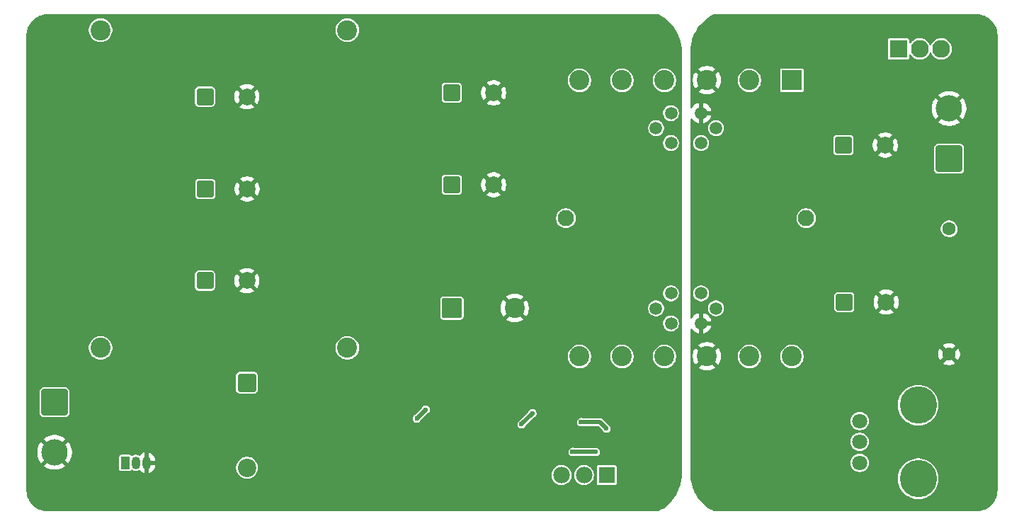
<source format=gbr>
%TF.GenerationSoftware,KiCad,Pcbnew,9.0.7*%
%TF.CreationDate,2026-01-07T19:43:00+01:00*%
%TF.ProjectId,power-electronics2,706f7765-722d-4656-9c65-6374726f6e69,rev?*%
%TF.SameCoordinates,Original*%
%TF.FileFunction,Copper,L2,Bot*%
%TF.FilePolarity,Positive*%
%FSLAX46Y46*%
G04 Gerber Fmt 4.6, Leading zero omitted, Abs format (unit mm)*
G04 Created by KiCad (PCBNEW 9.0.7) date 2026-01-07 19:43:00*
%MOMM*%
%LPD*%
G01*
G04 APERTURE LIST*
G04 Aperture macros list*
%AMRoundRect*
0 Rectangle with rounded corners*
0 $1 Rounding radius*
0 $2 $3 $4 $5 $6 $7 $8 $9 X,Y pos of 4 corners*
0 Add a 4 corners polygon primitive as box body*
4,1,4,$2,$3,$4,$5,$6,$7,$8,$9,$2,$3,0*
0 Add four circle primitives for the rounded corners*
1,1,$1+$1,$2,$3*
1,1,$1+$1,$4,$5*
1,1,$1+$1,$6,$7*
1,1,$1+$1,$8,$9*
0 Add four rect primitives between the rounded corners*
20,1,$1+$1,$2,$3,$4,$5,0*
20,1,$1+$1,$4,$5,$6,$7,0*
20,1,$1+$1,$6,$7,$8,$9,0*
20,1,$1+$1,$8,$9,$2,$3,0*%
G04 Aperture macros list end*
%TA.AperFunction,ComponentPad*%
%ADD10C,2.400000*%
%TD*%
%TA.AperFunction,ComponentPad*%
%ADD11R,2.130000X2.130000*%
%TD*%
%TA.AperFunction,ComponentPad*%
%ADD12C,2.130000*%
%TD*%
%TA.AperFunction,ComponentPad*%
%ADD13RoundRect,0.249999X-0.850001X0.850001X-0.850001X-0.850001X0.850001X-0.850001X0.850001X0.850001X0*%
%TD*%
%TA.AperFunction,ComponentPad*%
%ADD14C,2.200000*%
%TD*%
%TA.AperFunction,ComponentPad*%
%ADD15R,1.050000X1.500000*%
%TD*%
%TA.AperFunction,ComponentPad*%
%ADD16O,1.050000X1.500000*%
%TD*%
%TA.AperFunction,ComponentPad*%
%ADD17RoundRect,0.250000X-0.750000X-0.750000X0.750000X-0.750000X0.750000X0.750000X-0.750000X0.750000X0*%
%TD*%
%TA.AperFunction,ComponentPad*%
%ADD18C,2.000000*%
%TD*%
%TA.AperFunction,ComponentPad*%
%ADD19C,1.500000*%
%TD*%
%TA.AperFunction,ComponentPad*%
%ADD20C,1.950000*%
%TD*%
%TA.AperFunction,ComponentPad*%
%ADD21C,1.600000*%
%TD*%
%TA.AperFunction,ComponentPad*%
%ADD22R,2.400000X2.400000*%
%TD*%
%TA.AperFunction,ComponentPad*%
%ADD23RoundRect,0.250000X1.325000X-1.325000X1.325000X1.325000X-1.325000X1.325000X-1.325000X-1.325000X0*%
%TD*%
%TA.AperFunction,ComponentPad*%
%ADD24C,3.150000*%
%TD*%
%TA.AperFunction,ComponentPad*%
%ADD25R,1.980000X1.980000*%
%TD*%
%TA.AperFunction,ComponentPad*%
%ADD26C,1.980000*%
%TD*%
%TA.AperFunction,ComponentPad*%
%ADD27C,1.800000*%
%TD*%
%TA.AperFunction,ComponentPad*%
%ADD28C,4.460000*%
%TD*%
%TA.AperFunction,ComponentPad*%
%ADD29RoundRect,0.250000X-1.325000X1.325000X-1.325000X-1.325000X1.325000X-1.325000X1.325000X1.325000X0*%
%TD*%
%TA.AperFunction,ComponentPad*%
%ADD30RoundRect,0.250001X-0.949999X-0.949999X0.949999X-0.949999X0.949999X0.949999X-0.949999X0.949999X0*%
%TD*%
%TA.AperFunction,ViaPad*%
%ADD31C,0.600000*%
%TD*%
%TA.AperFunction,Conductor*%
%ADD32C,0.500000*%
%TD*%
G04 APERTURE END LIST*
D10*
%TO.P,L4,1,1*%
%TO.N,/Vi*%
X29677590Y-55377999D03*
%TO.P,L4,2,2*%
%TO.N,Net-(C4-Pad1)*%
X29677590Y-17377999D03*
%TD*%
D11*
%TO.P,D1,1,A1*%
%TO.N,/Vs+*%
X125077589Y-19627999D03*
D12*
%TO.P,D1,2,K*%
%TO.N,/Vo*%
X127627589Y-19627999D03*
%TO.P,D1,3,A2*%
%TO.N,/Vs+*%
X130177590Y-19627999D03*
%TD*%
D13*
%TO.P,D2,1,K*%
%TO.N,/Vldo*%
X47177590Y-59547999D03*
D14*
%TO.P,D2,2,A*%
%TO.N,Net-(D2-A)*%
X47177590Y-69707999D03*
%TD*%
D15*
%TO.P,Q2,1,E*%
%TO.N,Net-(IC4-ADJ)*%
X32637590Y-69127999D03*
D16*
%TO.P,Q2,2,B*%
%TO.N,Net-(D2-A)*%
X33907591Y-69127999D03*
%TO.P,Q2,3,C*%
%TO.N,GNDREF*%
X35177590Y-69127999D03*
%TD*%
D17*
%TO.P,C1,1*%
%TO.N,/Vo*%
X118502590Y-31127999D03*
D18*
%TO.P,C1,2*%
%TO.N,GND*%
X123502590Y-31127999D03*
%TD*%
D17*
%TO.P,C7,1*%
%TO.N,Net-(C4-Pad1)*%
X42206528Y-36377999D03*
D18*
%TO.P,C7,2*%
%TO.N,GNDREF*%
X47206528Y-36377999D03*
%TD*%
D17*
%TO.P,C8,1*%
%TO.N,/Vp+*%
X71677590Y-24877999D03*
D18*
%TO.P,C8,2*%
%TO.N,GNDREF*%
X76677590Y-24877999D03*
%TD*%
D17*
%TO.P,C6,1*%
%TO.N,Net-(C4-Pad1)*%
X42177590Y-25342999D03*
D18*
%TO.P,C6,2*%
%TO.N,GNDREF*%
X47177590Y-25342999D03*
%TD*%
D19*
%TO.P,L1,1,1*%
%TO.N,/Vp-*%
X97881539Y-27305641D03*
%TO.P,L1,2,2*%
%TO.N,/Vp+*%
X96085488Y-29101692D03*
%TO.P,L1,3,3*%
%TO.N,Net-(H1-Pad6)*%
X97881539Y-30897743D03*
%TO.P,L1,4,4*%
%TO.N,Net-(H1-Pad7)*%
X97881539Y-48858256D03*
%TO.P,L1,5,5*%
%TO.N,Net-(H1-Pad8)*%
X96085488Y-50654307D03*
%TO.P,L1,6,6*%
%TO.N,/Vp-*%
X97881539Y-52450358D03*
%TO.P,L1,7,7*%
%TO.N,GND*%
X101473641Y-52450358D03*
%TO.P,L1,8,8*%
%TO.N,Net-(H1-Pad11)*%
X103269693Y-50654307D03*
%TO.P,L1,9,9*%
%TO.N,Net-(H1-Pad12)*%
X101473641Y-48858256D03*
%TO.P,L1,10,10*%
%TO.N,Net-(H1-Pad1)*%
X101473641Y-30897743D03*
%TO.P,L1,11,11*%
%TO.N,/Vs+*%
X103269693Y-29101692D03*
%TO.P,L1,12,12*%
%TO.N,GND*%
X101473641Y-27305641D03*
D20*
%TO.P,L1,MH1,MH1*%
%TO.N,unconnected-(L1-PadMH1)*%
X85309180Y-39878000D03*
%TO.P,L1,MH2,MH2*%
%TO.N,unconnected-(L1-PadMH2)*%
X114046000Y-39878000D03*
%TD*%
D21*
%TO.P,C2,1*%
%TO.N,/Vo*%
X131122590Y-41137999D03*
%TO.P,C2,2*%
%TO.N,GND*%
X131122590Y-56137999D03*
%TD*%
D17*
%TO.P,C9,1*%
%TO.N,/Vp+*%
X71677590Y-35877999D03*
D18*
%TO.P,C9,2*%
%TO.N,GNDREF*%
X76677590Y-35877999D03*
%TD*%
D22*
%TO.P,H1,1,1*%
%TO.N,Net-(H1-Pad1)*%
X112337590Y-23377999D03*
D10*
%TO.P,H1,2,2*%
%TO.N,/Vs+*%
X107257591Y-23377999D03*
%TO.P,H1,3,3*%
%TO.N,GND*%
X102177590Y-23377999D03*
%TO.P,H1,4,4*%
%TO.N,/Vp-*%
X97097590Y-23377999D03*
%TO.P,H1,5,5*%
%TO.N,/Vp+*%
X92017590Y-23377999D03*
%TO.P,H1,6,6*%
%TO.N,Net-(H1-Pad6)*%
X86937590Y-23377999D03*
%TO.P,H1,7,7*%
%TO.N,Net-(H1-Pad7)*%
X86937590Y-56397999D03*
%TO.P,H1,8,8*%
%TO.N,Net-(H1-Pad8)*%
X92017590Y-56397999D03*
%TO.P,H1,9,9*%
%TO.N,/Vp-*%
X97097590Y-56397999D03*
%TO.P,H1,10,10*%
%TO.N,GND*%
X102177590Y-56397999D03*
%TO.P,H1,11,11*%
%TO.N,Net-(H1-Pad11)*%
X107257590Y-56397998D03*
%TO.P,H1,12,12*%
%TO.N,Net-(H1-Pad12)*%
X112337590Y-56397999D03*
%TD*%
D23*
%TO.P,J2,1,Pin_1*%
%TO.N,/Vo*%
X131122590Y-32762999D03*
D24*
%TO.P,J2,2,Pin_2*%
%TO.N,GND*%
X131122590Y-26762999D03*
%TD*%
D25*
%TO.P,Q1,1,G*%
%TO.N,Net-(Q1-G)*%
X90177590Y-70608999D03*
D26*
%TO.P,Q1,2,D*%
%TO.N,/Vp-*%
X87477590Y-70608999D03*
%TO.P,Q1,3,S*%
%TO.N,Net-(Q1-S)*%
X84777589Y-70608999D03*
%TD*%
D17*
%TO.P,C4,1*%
%TO.N,Net-(C4-Pad1)*%
X42177590Y-47342999D03*
D18*
%TO.P,C4,2*%
%TO.N,GNDREF*%
X47177590Y-47342999D03*
%TD*%
D17*
%TO.P,C3,1*%
%TO.N,/Vo*%
X118594913Y-49907999D03*
D18*
%TO.P,C3,2*%
%TO.N,GND*%
X123594913Y-49907999D03*
%TD*%
D27*
%TO.P,VR1,1,CCW*%
%TO.N,Net-(VR1-CCW)*%
X120427590Y-64127999D03*
%TO.P,VR1,2,WIPER*%
%TO.N,Net-(IC2-REF)*%
X120427590Y-66627999D03*
%TO.P,VR1,3,CW*%
%TO.N,Net-(VR1-CW)*%
X120427590Y-69127999D03*
D28*
%TO.P,VR1,4*%
%TO.N,N/C*%
X127427590Y-62227999D03*
%TO.P,VR1,5*%
X127427590Y-71027999D03*
%TD*%
D10*
%TO.P,L3,1,1*%
%TO.N,Net-(C4-Pad1)*%
X59177590Y-17377999D03*
%TO.P,L3,2,2*%
%TO.N,/Vp+*%
X59177590Y-55377999D03*
%TD*%
D29*
%TO.P,J1,1,Pin_1*%
%TO.N,/Vi*%
X24177590Y-61877999D03*
D24*
%TO.P,J1,2,Pin_2*%
%TO.N,GNDREF*%
X24177590Y-67877999D03*
%TD*%
D30*
%TO.P,C5,1*%
%TO.N,/Vp+*%
X71677590Y-50627999D03*
D10*
%TO.P,C5,2*%
%TO.N,GNDREF*%
X79177590Y-50627999D03*
%TD*%
D31*
%TO.N,GND*%
X113422438Y-70496438D03*
X113792000Y-73152000D03*
%TO.N,GNDREF*%
X56804000Y-71860850D03*
X54404000Y-71860850D03*
X54610000Y-58674000D03*
X38354000Y-66548000D03*
X57404000Y-73406000D03*
X94488000Y-64770000D03*
X32766000Y-60960000D03*
X58420000Y-65024000D03*
X56204000Y-73406000D03*
X55604000Y-71860850D03*
X57404000Y-72390000D03*
X54356000Y-72898000D03*
X73152000Y-64262000D03*
X55004000Y-72390000D03*
X55556000Y-72898000D03*
X56756000Y-72898000D03*
X56204000Y-72390000D03*
X55004000Y-73406000D03*
%TO.N,Net-(Q1-G)*%
X88900000Y-67818000D03*
X86106000Y-67818000D03*
%TO.N,Net-(IC1-RT{slash}CT)*%
X67487210Y-63830781D03*
X68547876Y-62770124D03*
%TO.N,Net-(IC1-VFB)*%
X87122000Y-64262000D03*
X80010000Y-64516000D03*
X90170000Y-65024000D03*
X81318331Y-63207669D03*
%TD*%
D32*
%TO.N,Net-(Q1-G)*%
X86106000Y-67818000D02*
X88900000Y-67818000D01*
%TO.N,Net-(IC1-RT{slash}CT)*%
X67487210Y-63830781D02*
X67487219Y-63830781D01*
X67487219Y-63830781D02*
X68547876Y-62770124D01*
%TO.N,Net-(IC1-VFB)*%
X80010000Y-64516000D02*
X81318331Y-63207669D01*
X89408000Y-64262000D02*
X90170000Y-65024000D01*
X87122000Y-64262000D02*
X89408000Y-64262000D01*
%TD*%
%TA.AperFunction,Conductor*%
%TO.N,GNDREF*%
G36*
X96373715Y-15497686D02*
G01*
X96673750Y-15653874D01*
X96681230Y-15658192D01*
X97041832Y-15887921D01*
X97048906Y-15892875D01*
X97388095Y-16153144D01*
X97394711Y-16158695D01*
X97709936Y-16447545D01*
X97716044Y-16453653D01*
X98004894Y-16768878D01*
X98010445Y-16775494D01*
X98270714Y-17114683D01*
X98275668Y-17121757D01*
X98505397Y-17482359D01*
X98509715Y-17489839D01*
X98707132Y-17869073D01*
X98710782Y-17876900D01*
X98874398Y-18271905D01*
X98877352Y-18280021D01*
X99005920Y-18687785D01*
X99008155Y-18696128D01*
X99100692Y-19113537D01*
X99102192Y-19122042D01*
X99157998Y-19545932D01*
X99158751Y-19554535D01*
X99177496Y-19983846D01*
X99177590Y-19988165D01*
X99177590Y-70435834D01*
X99177496Y-70440153D01*
X99158751Y-70869464D01*
X99157998Y-70878067D01*
X99102192Y-71301957D01*
X99100692Y-71310462D01*
X99008155Y-71727871D01*
X99005920Y-71736214D01*
X98877352Y-72143978D01*
X98874398Y-72152094D01*
X98710782Y-72547099D01*
X98707132Y-72554926D01*
X98509715Y-72934160D01*
X98505397Y-72941640D01*
X98275668Y-73302242D01*
X98270714Y-73309316D01*
X98010445Y-73648505D01*
X98004894Y-73655121D01*
X97716044Y-73970346D01*
X97709936Y-73976454D01*
X97394711Y-74265304D01*
X97388095Y-74270855D01*
X97048906Y-74531124D01*
X97041832Y-74536078D01*
X96681230Y-74765807D01*
X96673750Y-74770125D01*
X96373715Y-74926314D01*
X96328002Y-74937500D01*
X23322985Y-74937500D01*
X23317008Y-74937319D01*
X23293564Y-74935900D01*
X23024695Y-74919637D01*
X23012828Y-74918196D01*
X22727721Y-74865948D01*
X22716113Y-74863087D01*
X22439384Y-74776855D01*
X22428206Y-74772616D01*
X22163880Y-74653652D01*
X22153295Y-74648096D01*
X21905248Y-74498147D01*
X21895413Y-74491358D01*
X21667244Y-74312600D01*
X21658295Y-74304673D01*
X21453326Y-74099704D01*
X21445399Y-74090755D01*
X21355850Y-73976454D01*
X21266638Y-73862583D01*
X21259856Y-73852758D01*
X21109903Y-73604704D01*
X21104347Y-73594119D01*
X20985383Y-73329793D01*
X20981147Y-73318623D01*
X20894911Y-73041883D01*
X20892051Y-73030278D01*
X20877752Y-72952250D01*
X20839802Y-72745164D01*
X20838362Y-72733303D01*
X20820681Y-72440992D01*
X20820500Y-72435015D01*
X20820500Y-67741995D01*
X22102590Y-67741995D01*
X22102590Y-68014002D01*
X22138093Y-68283672D01*
X22138093Y-68283677D01*
X22208492Y-68546409D01*
X22208496Y-68546422D01*
X22312582Y-68797709D01*
X22448588Y-69033279D01*
X22544179Y-69157854D01*
X23259196Y-68442836D01*
X23357626Y-68578314D01*
X23477275Y-68697963D01*
X23612749Y-68796391D01*
X22897732Y-69511409D01*
X23022309Y-69607000D01*
X23257879Y-69743006D01*
X23509166Y-69847092D01*
X23509179Y-69847096D01*
X23771913Y-69917495D01*
X24041586Y-69952998D01*
X24041588Y-69952999D01*
X24313592Y-69952999D01*
X24313593Y-69952998D01*
X24583263Y-69917495D01*
X24583268Y-69917495D01*
X24846000Y-69847096D01*
X24846013Y-69847092D01*
X25097300Y-69743006D01*
X25332880Y-69606994D01*
X25457446Y-69511409D01*
X24742429Y-68796392D01*
X24877905Y-68697963D01*
X24997554Y-68578314D01*
X25095983Y-68442838D01*
X25811000Y-69157855D01*
X25906585Y-69033289D01*
X26042597Y-68797709D01*
X26146683Y-68546422D01*
X26146687Y-68546409D01*
X26197104Y-68358252D01*
X31912090Y-68358252D01*
X31912090Y-69897745D01*
X31912091Y-69897757D01*
X31923722Y-69956226D01*
X31923724Y-69956232D01*
X31961344Y-70012533D01*
X31968038Y-70022551D01*
X32034359Y-70066866D01*
X32078821Y-70075710D01*
X32092831Y-70078497D01*
X32092836Y-70078497D01*
X32092842Y-70078499D01*
X32092843Y-70078499D01*
X33182337Y-70078499D01*
X33182338Y-70078499D01*
X33240821Y-70066866D01*
X33307142Y-70022551D01*
X33343702Y-69967834D01*
X33391750Y-69929957D01*
X33452888Y-69927555D01*
X33481018Y-69940523D01*
X33563930Y-69995924D01*
X33563942Y-69995930D01*
X33589224Y-70006402D01*
X33695971Y-70050618D01*
X33836136Y-70078499D01*
X33836137Y-70078499D01*
X33979045Y-70078499D01*
X33979046Y-70078499D01*
X34119211Y-70050618D01*
X34251244Y-69995928D01*
X34255442Y-69993122D01*
X34314325Y-69976510D01*
X34371730Y-69997681D01*
X34380452Y-70005431D01*
X34524181Y-70149161D01*
X34524190Y-70149168D01*
X34692062Y-70261339D01*
X34692074Y-70261345D01*
X34878606Y-70338608D01*
X34878609Y-70338609D01*
X34927589Y-70348351D01*
X34927590Y-70348351D01*
X34927590Y-69408329D01*
X34947335Y-69428074D01*
X35032845Y-69477443D01*
X35128220Y-69502999D01*
X35226960Y-69502999D01*
X35322335Y-69477443D01*
X35407845Y-69428074D01*
X35427590Y-69408329D01*
X35427590Y-70348351D01*
X35476570Y-70338609D01*
X35476573Y-70338608D01*
X35663105Y-70261345D01*
X35663117Y-70261339D01*
X35830989Y-70149168D01*
X35830993Y-70149165D01*
X35973756Y-70006402D01*
X35973759Y-70006398D01*
X36085930Y-69838526D01*
X36085936Y-69838514D01*
X36163199Y-69651982D01*
X36163199Y-69651980D01*
X36172417Y-69605643D01*
X45877090Y-69605643D01*
X45877090Y-69810354D01*
X45909111Y-70012528D01*
X45972370Y-70207218D01*
X46065302Y-70389608D01*
X46065304Y-70389612D01*
X46185619Y-70555212D01*
X46185621Y-70555214D01*
X46185624Y-70555218D01*
X46330371Y-70699965D01*
X46330374Y-70699967D01*
X46330376Y-70699969D01*
X46495976Y-70820284D01*
X46495980Y-70820286D01*
X46678371Y-70913219D01*
X46873056Y-70976476D01*
X46873057Y-70976476D01*
X46873060Y-70976477D01*
X47075235Y-71008499D01*
X47075238Y-71008499D01*
X47279945Y-71008499D01*
X47482119Y-70976477D01*
X47482120Y-70976476D01*
X47482124Y-70976476D01*
X47676809Y-70913219D01*
X47859200Y-70820286D01*
X48024809Y-70699965D01*
X48169556Y-70555218D01*
X48198557Y-70515301D01*
X83587089Y-70515301D01*
X83587089Y-70702696D01*
X83616402Y-70887776D01*
X83616403Y-70887780D01*
X83674306Y-71065985D01*
X83674308Y-71065988D01*
X83674309Y-71065991D01*
X83674310Y-71065992D01*
X83759382Y-71232957D01*
X83869527Y-71384558D01*
X84002030Y-71517061D01*
X84153631Y-71627206D01*
X84320596Y-71712278D01*
X84320598Y-71712278D01*
X84320599Y-71712279D01*
X84320602Y-71712281D01*
X84498807Y-71770184D01*
X84498811Y-71770185D01*
X84683892Y-71799499D01*
X84683895Y-71799499D01*
X84871286Y-71799499D01*
X85056366Y-71770185D01*
X85056370Y-71770184D01*
X85234575Y-71712281D01*
X85234577Y-71712279D01*
X85234582Y-71712278D01*
X85401547Y-71627206D01*
X85553148Y-71517061D01*
X85685651Y-71384558D01*
X85795796Y-71232957D01*
X85880868Y-71065992D01*
X85880869Y-71065987D01*
X85880871Y-71065985D01*
X85938774Y-70887780D01*
X85938775Y-70887776D01*
X85968089Y-70702696D01*
X85968089Y-70515301D01*
X86287090Y-70515301D01*
X86287090Y-70702696D01*
X86316403Y-70887776D01*
X86316404Y-70887780D01*
X86374307Y-71065985D01*
X86374309Y-71065988D01*
X86374310Y-71065991D01*
X86374311Y-71065992D01*
X86459383Y-71232957D01*
X86569528Y-71384558D01*
X86702031Y-71517061D01*
X86853632Y-71627206D01*
X87020597Y-71712278D01*
X87020599Y-71712278D01*
X87020600Y-71712279D01*
X87020603Y-71712281D01*
X87198808Y-71770184D01*
X87198812Y-71770185D01*
X87383893Y-71799499D01*
X87383896Y-71799499D01*
X87571287Y-71799499D01*
X87756367Y-71770185D01*
X87756371Y-71770184D01*
X87934576Y-71712281D01*
X87934578Y-71712279D01*
X87934583Y-71712278D01*
X88101548Y-71627206D01*
X88253149Y-71517061D01*
X88385652Y-71384558D01*
X88495797Y-71232957D01*
X88580869Y-71065992D01*
X88580870Y-71065987D01*
X88580872Y-71065985D01*
X88638775Y-70887780D01*
X88638776Y-70887776D01*
X88668090Y-70702696D01*
X88668090Y-70515301D01*
X88638776Y-70330221D01*
X88638775Y-70330217D01*
X88580872Y-70152012D01*
X88580870Y-70152009D01*
X88580869Y-70152008D01*
X88580869Y-70152006D01*
X88495797Y-69985041D01*
X88385652Y-69833440D01*
X88253149Y-69700937D01*
X88253145Y-69700934D01*
X88253144Y-69700933D01*
X88216734Y-69674480D01*
X88216733Y-69674479D01*
X88113193Y-69599252D01*
X88987090Y-69599252D01*
X88987090Y-71618745D01*
X88987091Y-71618757D01*
X88998722Y-71677226D01*
X88998724Y-71677232D01*
X89038135Y-71736214D01*
X89043038Y-71743551D01*
X89109359Y-71787866D01*
X89153821Y-71796710D01*
X89167831Y-71799497D01*
X89167836Y-71799497D01*
X89167842Y-71799499D01*
X89167843Y-71799499D01*
X91187337Y-71799499D01*
X91187338Y-71799499D01*
X91245821Y-71787866D01*
X91312142Y-71743551D01*
X91356457Y-71677230D01*
X91368090Y-71618747D01*
X91368090Y-69599251D01*
X91356457Y-69540768D01*
X91312142Y-69474447D01*
X91312138Y-69474444D01*
X91245823Y-69430133D01*
X91245821Y-69430132D01*
X91245818Y-69430131D01*
X91245817Y-69430131D01*
X91187348Y-69418500D01*
X91187338Y-69418499D01*
X89167842Y-69418499D01*
X89167841Y-69418499D01*
X89167831Y-69418500D01*
X89109362Y-69430131D01*
X89109356Y-69430133D01*
X89043041Y-69474444D01*
X89043035Y-69474450D01*
X88998724Y-69540765D01*
X88998722Y-69540771D01*
X88987091Y-69599240D01*
X88987090Y-69599252D01*
X88113193Y-69599252D01*
X88101553Y-69590795D01*
X88101547Y-69590791D01*
X87934579Y-69505718D01*
X87934576Y-69505716D01*
X87756371Y-69447813D01*
X87756367Y-69447812D01*
X87571287Y-69418499D01*
X87571284Y-69418499D01*
X87383896Y-69418499D01*
X87383893Y-69418499D01*
X87198812Y-69447812D01*
X87198808Y-69447813D01*
X87020603Y-69505716D01*
X87020600Y-69505718D01*
X86853634Y-69590790D01*
X86702032Y-69700936D01*
X86569527Y-69833441D01*
X86459381Y-69985043D01*
X86374309Y-70152009D01*
X86374307Y-70152012D01*
X86316404Y-70330217D01*
X86316403Y-70330221D01*
X86287090Y-70515301D01*
X85968089Y-70515301D01*
X85938775Y-70330221D01*
X85938774Y-70330217D01*
X85880871Y-70152012D01*
X85880869Y-70152009D01*
X85880868Y-70152008D01*
X85880868Y-70152006D01*
X85795796Y-69985041D01*
X85685651Y-69833440D01*
X85553148Y-69700937D01*
X85401547Y-69590792D01*
X85401546Y-69590791D01*
X85401544Y-69590790D01*
X85234578Y-69505718D01*
X85234575Y-69505716D01*
X85056370Y-69447813D01*
X85056366Y-69447812D01*
X84871286Y-69418499D01*
X84871283Y-69418499D01*
X84683895Y-69418499D01*
X84683892Y-69418499D01*
X84498811Y-69447812D01*
X84498807Y-69447813D01*
X84320602Y-69505716D01*
X84320599Y-69505718D01*
X84153633Y-69590790D01*
X84002031Y-69700936D01*
X83869526Y-69833441D01*
X83759380Y-69985043D01*
X83674308Y-70152009D01*
X83674306Y-70152012D01*
X83616403Y-70330217D01*
X83616402Y-70330221D01*
X83587089Y-70515301D01*
X48198557Y-70515301D01*
X48243658Y-70453225D01*
X48243659Y-70453224D01*
X48289875Y-70389612D01*
X48289877Y-70389609D01*
X48382810Y-70207218D01*
X48446067Y-70012533D01*
X48447192Y-70005431D01*
X48478090Y-69810354D01*
X48478090Y-69605643D01*
X48446068Y-69403469D01*
X48437793Y-69378000D01*
X48382810Y-69208780D01*
X48289877Y-69026389D01*
X48289875Y-69026385D01*
X48169560Y-68860785D01*
X48169558Y-68860783D01*
X48169556Y-68860780D01*
X48024809Y-68716033D01*
X48024805Y-68716030D01*
X48024803Y-68716028D01*
X47859203Y-68595713D01*
X47859199Y-68595711D01*
X47676809Y-68502779D01*
X47482119Y-68439520D01*
X47279945Y-68407499D01*
X47279942Y-68407499D01*
X47075238Y-68407499D01*
X47075235Y-68407499D01*
X46873060Y-68439520D01*
X46678370Y-68502779D01*
X46495980Y-68595711D01*
X46495976Y-68595713D01*
X46330376Y-68716028D01*
X46185619Y-68860785D01*
X46065304Y-69026385D01*
X46065302Y-69026389D01*
X45972370Y-69208779D01*
X45909111Y-69403469D01*
X45877090Y-69605643D01*
X36172417Y-69605643D01*
X36177032Y-69582443D01*
X36202589Y-69453955D01*
X36202590Y-69453951D01*
X36202590Y-69378000D01*
X36202589Y-69377999D01*
X35457920Y-69377999D01*
X35477665Y-69358254D01*
X35527034Y-69272744D01*
X35552590Y-69177369D01*
X35552590Y-69078629D01*
X35527034Y-68983254D01*
X35477665Y-68897744D01*
X35457920Y-68877999D01*
X36202589Y-68877999D01*
X36202590Y-68877998D01*
X36202590Y-68802046D01*
X36202589Y-68802042D01*
X36163199Y-68604017D01*
X36163199Y-68604015D01*
X36085936Y-68417483D01*
X36085930Y-68417471D01*
X35973759Y-68249599D01*
X35973756Y-68249595D01*
X35830993Y-68106832D01*
X35830989Y-68106829D01*
X35663117Y-67994658D01*
X35663105Y-67994652D01*
X35476574Y-67917389D01*
X35427590Y-67907645D01*
X35427590Y-68847669D01*
X35407845Y-68827924D01*
X35322335Y-68778555D01*
X35226960Y-68752999D01*
X35128220Y-68752999D01*
X35032845Y-68778555D01*
X34947335Y-68827924D01*
X34927590Y-68847669D01*
X34927590Y-67907645D01*
X34878605Y-67917389D01*
X34692074Y-67994652D01*
X34692062Y-67994658D01*
X34524190Y-68106829D01*
X34524180Y-68106837D01*
X34380451Y-68250566D01*
X34325935Y-68278343D01*
X34265503Y-68268771D01*
X34255450Y-68262880D01*
X34251242Y-68260068D01*
X34119211Y-68205380D01*
X33979048Y-68177499D01*
X33979046Y-68177499D01*
X33836136Y-68177499D01*
X33836133Y-68177499D01*
X33695971Y-68205380D01*
X33695969Y-68205380D01*
X33563942Y-68260067D01*
X33563932Y-68260072D01*
X33481017Y-68315475D01*
X33422129Y-68332083D01*
X33364725Y-68310905D01*
X33343701Y-68288161D01*
X33341182Y-68284391D01*
X33307142Y-68233447D01*
X33304306Y-68231552D01*
X33240823Y-68189133D01*
X33240821Y-68189132D01*
X33240818Y-68189131D01*
X33240817Y-68189131D01*
X33182348Y-68177500D01*
X33182338Y-68177499D01*
X32092842Y-68177499D01*
X32092841Y-68177499D01*
X32092831Y-68177500D01*
X32034362Y-68189131D01*
X32034356Y-68189133D01*
X31968041Y-68233444D01*
X31968035Y-68233450D01*
X31923724Y-68299765D01*
X31923722Y-68299771D01*
X31912091Y-68358240D01*
X31912090Y-68358252D01*
X26197104Y-68358252D01*
X26205273Y-68327764D01*
X26217086Y-68283677D01*
X26217086Y-68283672D01*
X26252589Y-68014002D01*
X26252590Y-68014001D01*
X26252590Y-67752108D01*
X85605500Y-67752108D01*
X85605500Y-67883892D01*
X85635178Y-67994652D01*
X85639609Y-68011190D01*
X85705496Y-68125309D01*
X85705498Y-68125311D01*
X85705500Y-68125314D01*
X85798686Y-68218500D01*
X85798688Y-68218501D01*
X85798690Y-68218503D01*
X85912810Y-68284390D01*
X85912808Y-68284390D01*
X85912812Y-68284391D01*
X85912814Y-68284392D01*
X86040108Y-68318500D01*
X86040110Y-68318500D01*
X86171890Y-68318500D01*
X86171892Y-68318500D01*
X86299186Y-68284392D01*
X86303741Y-68281761D01*
X86353239Y-68268500D01*
X88652761Y-68268500D01*
X88702258Y-68281761D01*
X88706814Y-68284392D01*
X88834108Y-68318500D01*
X88834110Y-68318500D01*
X88965890Y-68318500D01*
X88965892Y-68318500D01*
X89093186Y-68284392D01*
X89093188Y-68284390D01*
X89093190Y-68284390D01*
X89207309Y-68218503D01*
X89207309Y-68218502D01*
X89207314Y-68218500D01*
X89300500Y-68125314D01*
X89366392Y-68011186D01*
X89400500Y-67883892D01*
X89400500Y-67752108D01*
X89366392Y-67624814D01*
X89366390Y-67624811D01*
X89366390Y-67624809D01*
X89300503Y-67510690D01*
X89300501Y-67510688D01*
X89300500Y-67510686D01*
X89207314Y-67417500D01*
X89207311Y-67417498D01*
X89207309Y-67417496D01*
X89093189Y-67351609D01*
X89093191Y-67351609D01*
X89043799Y-67338375D01*
X88965892Y-67317500D01*
X88834108Y-67317500D01*
X88749245Y-67340238D01*
X88706813Y-67351608D01*
X88702259Y-67354238D01*
X88652761Y-67367500D01*
X86353239Y-67367500D01*
X86303741Y-67354238D01*
X86299186Y-67351608D01*
X86171892Y-67317500D01*
X86040108Y-67317500D01*
X85962200Y-67338375D01*
X85912809Y-67351609D01*
X85798690Y-67417496D01*
X85705496Y-67510690D01*
X85639609Y-67624809D01*
X85639608Y-67624814D01*
X85605500Y-67752108D01*
X26252590Y-67752108D01*
X26252590Y-67741997D01*
X26252589Y-67741995D01*
X26217086Y-67472325D01*
X26217086Y-67472320D01*
X26146687Y-67209588D01*
X26146683Y-67209575D01*
X26042597Y-66958288D01*
X25906591Y-66722718D01*
X25810999Y-66598141D01*
X25095982Y-67313158D01*
X24997554Y-67177684D01*
X24877905Y-67058035D01*
X24742427Y-66959605D01*
X25457445Y-66244588D01*
X25332870Y-66148997D01*
X25097300Y-66012991D01*
X24846013Y-65908905D01*
X24846000Y-65908901D01*
X24583266Y-65838502D01*
X24313593Y-65802999D01*
X24041586Y-65802999D01*
X23771916Y-65838502D01*
X23771911Y-65838502D01*
X23509179Y-65908901D01*
X23509166Y-65908905D01*
X23257879Y-66012991D01*
X23022304Y-66149000D01*
X22897732Y-66244587D01*
X23612750Y-66959605D01*
X23477275Y-67058035D01*
X23357626Y-67177684D01*
X23259196Y-67313159D01*
X22544178Y-66598141D01*
X22448591Y-66722713D01*
X22312582Y-66958288D01*
X22208496Y-67209575D01*
X22208492Y-67209588D01*
X22138093Y-67472320D01*
X22138093Y-67472325D01*
X22102590Y-67741995D01*
X20820500Y-67741995D01*
X20820500Y-64450108D01*
X79509500Y-64450108D01*
X79509500Y-64581892D01*
X79535382Y-64678484D01*
X79543609Y-64709190D01*
X79609496Y-64823309D01*
X79609498Y-64823311D01*
X79609500Y-64823314D01*
X79702686Y-64916500D01*
X79702688Y-64916501D01*
X79702690Y-64916503D01*
X79816810Y-64982390D01*
X79816808Y-64982390D01*
X79816812Y-64982391D01*
X79816814Y-64982392D01*
X79944108Y-65016500D01*
X79944110Y-65016500D01*
X80075890Y-65016500D01*
X80075892Y-65016500D01*
X80203186Y-64982392D01*
X80203188Y-64982390D01*
X80203190Y-64982390D01*
X80317309Y-64916503D01*
X80317309Y-64916502D01*
X80317314Y-64916500D01*
X80410500Y-64823314D01*
X80476392Y-64709186D01*
X80477750Y-64704114D01*
X80503373Y-64659728D01*
X80966993Y-64196108D01*
X86621500Y-64196108D01*
X86621500Y-64327892D01*
X86651579Y-64440151D01*
X86655609Y-64455190D01*
X86721496Y-64569309D01*
X86721498Y-64569311D01*
X86721500Y-64569314D01*
X86814686Y-64662500D01*
X86814688Y-64662501D01*
X86814690Y-64662503D01*
X86928810Y-64728390D01*
X86928808Y-64728390D01*
X86928812Y-64728391D01*
X86928814Y-64728392D01*
X87056108Y-64762500D01*
X87056110Y-64762500D01*
X87187890Y-64762500D01*
X87187892Y-64762500D01*
X87315186Y-64728392D01*
X87319741Y-64725761D01*
X87369239Y-64712500D01*
X89180390Y-64712500D01*
X89238581Y-64731407D01*
X89250394Y-64741497D01*
X89676624Y-65167728D01*
X89702245Y-65212103D01*
X89703606Y-65217182D01*
X89703609Y-65217189D01*
X89769496Y-65331309D01*
X89769498Y-65331311D01*
X89769500Y-65331314D01*
X89862686Y-65424500D01*
X89862688Y-65424501D01*
X89862690Y-65424503D01*
X89976810Y-65490390D01*
X89976808Y-65490390D01*
X89976812Y-65490391D01*
X89976814Y-65490392D01*
X90104108Y-65524500D01*
X90104110Y-65524500D01*
X90235890Y-65524500D01*
X90235892Y-65524500D01*
X90363186Y-65490392D01*
X90363188Y-65490390D01*
X90363190Y-65490390D01*
X90477309Y-65424503D01*
X90477309Y-65424502D01*
X90477314Y-65424500D01*
X90570500Y-65331314D01*
X90636392Y-65217186D01*
X90670500Y-65089892D01*
X90670500Y-64958108D01*
X90636392Y-64830814D01*
X90636390Y-64830811D01*
X90636390Y-64830809D01*
X90570503Y-64716690D01*
X90570501Y-64716688D01*
X90570500Y-64716686D01*
X90477314Y-64623500D01*
X90477311Y-64623498D01*
X90477309Y-64623496D01*
X90363189Y-64557609D01*
X90363184Y-64557607D01*
X90358102Y-64556245D01*
X90313729Y-64530624D01*
X89684614Y-63901511D01*
X89684609Y-63901507D01*
X89581890Y-63842202D01*
X89581886Y-63842200D01*
X89557673Y-63835712D01*
X89557673Y-63835713D01*
X89467309Y-63811500D01*
X89467307Y-63811500D01*
X87369239Y-63811500D01*
X87319741Y-63798238D01*
X87315186Y-63795608D01*
X87187892Y-63761500D01*
X87056108Y-63761500D01*
X86978200Y-63782375D01*
X86928809Y-63795609D01*
X86814690Y-63861496D01*
X86721496Y-63954690D01*
X86655609Y-64068809D01*
X86655608Y-64068814D01*
X86621500Y-64196108D01*
X80966993Y-64196108D01*
X81462059Y-63701042D01*
X81506445Y-63675419D01*
X81511517Y-63674061D01*
X81625645Y-63608169D01*
X81718831Y-63514983D01*
X81784723Y-63400855D01*
X81818831Y-63273561D01*
X81818831Y-63141777D01*
X81784723Y-63014483D01*
X81784721Y-63014479D01*
X81784721Y-63014478D01*
X81718834Y-62900359D01*
X81718832Y-62900357D01*
X81718831Y-62900355D01*
X81625645Y-62807169D01*
X81625642Y-62807167D01*
X81625640Y-62807165D01*
X81511520Y-62741278D01*
X81511522Y-62741278D01*
X81462130Y-62728044D01*
X81384223Y-62707169D01*
X81252439Y-62707169D01*
X81174531Y-62728044D01*
X81125140Y-62741278D01*
X81011021Y-62807165D01*
X80917827Y-62900359D01*
X80851940Y-63014479D01*
X80851936Y-63014488D01*
X80850575Y-63019568D01*
X80824955Y-63063940D01*
X79866271Y-64022624D01*
X79821899Y-64048244D01*
X79816819Y-64049605D01*
X79816810Y-64049609D01*
X79702690Y-64115496D01*
X79609496Y-64208690D01*
X79543609Y-64322809D01*
X79543608Y-64322814D01*
X79509500Y-64450108D01*
X20820500Y-64450108D01*
X20820500Y-63764889D01*
X66986710Y-63764889D01*
X66986710Y-63896673D01*
X67007569Y-63974519D01*
X67020819Y-64023971D01*
X67086706Y-64138090D01*
X67086708Y-64138092D01*
X67086710Y-64138095D01*
X67179896Y-64231281D01*
X67179898Y-64231282D01*
X67179900Y-64231284D01*
X67294020Y-64297171D01*
X67294018Y-64297171D01*
X67294022Y-64297172D01*
X67294024Y-64297173D01*
X67421318Y-64331281D01*
X67421320Y-64331281D01*
X67553100Y-64331281D01*
X67553102Y-64331281D01*
X67680396Y-64297173D01*
X67680398Y-64297171D01*
X67680400Y-64297171D01*
X67794519Y-64231284D01*
X67794519Y-64231283D01*
X67794524Y-64231281D01*
X67887710Y-64138095D01*
X67953602Y-64023967D01*
X67954958Y-64018904D01*
X67980580Y-63974521D01*
X68691604Y-63263497D01*
X68735990Y-63237874D01*
X68741062Y-63236516D01*
X68855190Y-63170624D01*
X68948376Y-63077438D01*
X68966998Y-63045184D01*
X69014266Y-62963314D01*
X69014266Y-62963312D01*
X69014268Y-62963310D01*
X69048376Y-62836016D01*
X69048376Y-62704232D01*
X69014268Y-62576938D01*
X69014266Y-62576934D01*
X69014266Y-62576933D01*
X68948379Y-62462814D01*
X68948377Y-62462812D01*
X68948376Y-62462810D01*
X68855190Y-62369624D01*
X68855187Y-62369622D01*
X68855185Y-62369620D01*
X68741065Y-62303733D01*
X68741067Y-62303733D01*
X68691675Y-62290499D01*
X68613768Y-62269624D01*
X68481984Y-62269624D01*
X68404076Y-62290499D01*
X68354685Y-62303733D01*
X68240566Y-62369620D01*
X68147372Y-62462814D01*
X68081485Y-62576934D01*
X68081481Y-62576943D01*
X68080120Y-62582023D01*
X68054500Y-62626395D01*
X67343493Y-63337402D01*
X67299119Y-63363023D01*
X67294025Y-63364388D01*
X67294020Y-63364390D01*
X67179900Y-63430277D01*
X67086706Y-63523471D01*
X67020819Y-63637590D01*
X67011047Y-63674061D01*
X66986710Y-63764889D01*
X20820500Y-63764889D01*
X20820500Y-60498724D01*
X22402090Y-60498724D01*
X22402090Y-63257273D01*
X22404943Y-63287693D01*
X22404945Y-63287702D01*
X22449797Y-63415882D01*
X22530435Y-63525143D01*
X22530437Y-63525145D01*
X22530440Y-63525149D01*
X22530443Y-63525151D01*
X22530445Y-63525153D01*
X22639706Y-63605791D01*
X22639707Y-63605791D01*
X22639708Y-63605792D01*
X22767891Y-63650645D01*
X22798315Y-63653498D01*
X22798317Y-63653499D01*
X22798324Y-63653499D01*
X25556863Y-63653499D01*
X25556863Y-63653498D01*
X25587289Y-63650645D01*
X25715472Y-63605792D01*
X25824740Y-63525149D01*
X25905383Y-63415881D01*
X25950236Y-63287698D01*
X25953089Y-63257272D01*
X25953090Y-63257272D01*
X25953090Y-60498726D01*
X25953089Y-60498724D01*
X25950236Y-60468300D01*
X25905383Y-60340117D01*
X25824740Y-60230849D01*
X25824736Y-60230846D01*
X25824734Y-60230844D01*
X25715473Y-60150206D01*
X25587293Y-60105354D01*
X25587284Y-60105352D01*
X25556864Y-60102499D01*
X25556856Y-60102499D01*
X22798324Y-60102499D01*
X22798315Y-60102499D01*
X22767895Y-60105352D01*
X22767886Y-60105354D01*
X22639706Y-60150206D01*
X22530445Y-60230844D01*
X22530435Y-60230854D01*
X22449797Y-60340115D01*
X22404945Y-60468295D01*
X22404943Y-60468304D01*
X22402090Y-60498724D01*
X20820500Y-60498724D01*
X20820500Y-58643723D01*
X45877090Y-58643723D01*
X45877090Y-60452266D01*
X45879943Y-60482695D01*
X45879943Y-60482697D01*
X45879944Y-60482699D01*
X45885552Y-60498726D01*
X45924798Y-60610885D01*
X46005435Y-60720144D01*
X46005444Y-60720153D01*
X46114705Y-60800791D01*
X46114706Y-60800791D01*
X46114707Y-60800792D01*
X46242890Y-60845645D01*
X46273323Y-60848499D01*
X48081856Y-60848498D01*
X48081857Y-60848498D01*
X48087942Y-60847927D01*
X48112290Y-60845645D01*
X48240473Y-60800792D01*
X48349740Y-60720149D01*
X48430383Y-60610882D01*
X48475236Y-60482699D01*
X48478090Y-60452266D01*
X48478089Y-58643733D01*
X48475236Y-58613299D01*
X48430383Y-58485116D01*
X48430381Y-58485114D01*
X48430381Y-58485112D01*
X48349744Y-58375853D01*
X48349735Y-58375844D01*
X48240474Y-58295206D01*
X48112294Y-58250354D01*
X48112285Y-58250352D01*
X48081864Y-58247499D01*
X46273322Y-58247499D01*
X46242893Y-58250352D01*
X46114703Y-58295207D01*
X46005444Y-58375844D01*
X46005435Y-58375853D01*
X45924797Y-58485114D01*
X45879945Y-58613294D01*
X45879943Y-58613303D01*
X45877090Y-58643723D01*
X20820500Y-58643723D01*
X20820500Y-55267773D01*
X28277090Y-55267773D01*
X28277090Y-55488224D01*
X28311574Y-55705947D01*
X28379692Y-55915598D01*
X28379694Y-55915601D01*
X28379695Y-55915605D01*
X28479775Y-56112021D01*
X28609348Y-56290364D01*
X28765225Y-56446241D01*
X28943568Y-56575814D01*
X29139984Y-56675894D01*
X29349639Y-56744014D01*
X29436730Y-56757808D01*
X29567365Y-56778499D01*
X29567368Y-56778499D01*
X29787815Y-56778499D01*
X29896676Y-56761256D01*
X30005541Y-56744014D01*
X30215196Y-56675894D01*
X30411612Y-56575814D01*
X30589955Y-56446241D01*
X30745832Y-56290364D01*
X30875405Y-56112021D01*
X30975485Y-55915605D01*
X31043605Y-55705950D01*
X31078090Y-55488221D01*
X31078090Y-55267777D01*
X31078090Y-55267773D01*
X57777090Y-55267773D01*
X57777090Y-55488224D01*
X57811574Y-55705947D01*
X57879692Y-55915598D01*
X57879694Y-55915601D01*
X57879695Y-55915605D01*
X57979775Y-56112021D01*
X58109348Y-56290364D01*
X58265225Y-56446241D01*
X58443568Y-56575814D01*
X58639984Y-56675894D01*
X58849639Y-56744014D01*
X58936730Y-56757808D01*
X59067365Y-56778499D01*
X59067368Y-56778499D01*
X59287815Y-56778499D01*
X59396676Y-56761256D01*
X59505541Y-56744014D01*
X59715196Y-56675894D01*
X59911612Y-56575814D01*
X60089955Y-56446241D01*
X60245832Y-56290364D01*
X60247714Y-56287773D01*
X85537090Y-56287773D01*
X85537090Y-56508224D01*
X85571574Y-56725947D01*
X85639692Y-56935598D01*
X85639694Y-56935601D01*
X85639695Y-56935605D01*
X85739775Y-57132021D01*
X85869348Y-57310364D01*
X86025225Y-57466241D01*
X86203568Y-57595814D01*
X86399984Y-57695894D01*
X86609639Y-57764014D01*
X86696730Y-57777808D01*
X86827365Y-57798499D01*
X86827368Y-57798499D01*
X87047815Y-57798499D01*
X87156676Y-57781256D01*
X87265541Y-57764014D01*
X87475196Y-57695894D01*
X87671612Y-57595814D01*
X87849955Y-57466241D01*
X88005832Y-57310364D01*
X88135405Y-57132021D01*
X88235485Y-56935605D01*
X88303605Y-56725950D01*
X88338090Y-56508221D01*
X88338090Y-56287777D01*
X88338090Y-56287773D01*
X90617090Y-56287773D01*
X90617090Y-56508224D01*
X90651574Y-56725947D01*
X90719692Y-56935598D01*
X90719694Y-56935601D01*
X90719695Y-56935605D01*
X90819775Y-57132021D01*
X90949348Y-57310364D01*
X91105225Y-57466241D01*
X91283568Y-57595814D01*
X91479984Y-57695894D01*
X91689639Y-57764014D01*
X91776730Y-57777808D01*
X91907365Y-57798499D01*
X91907368Y-57798499D01*
X92127815Y-57798499D01*
X92236676Y-57781256D01*
X92345541Y-57764014D01*
X92555196Y-57695894D01*
X92751612Y-57595814D01*
X92929955Y-57466241D01*
X93085832Y-57310364D01*
X93215405Y-57132021D01*
X93315485Y-56935605D01*
X93383605Y-56725950D01*
X93418090Y-56508221D01*
X93418090Y-56287777D01*
X93418090Y-56287773D01*
X95697090Y-56287773D01*
X95697090Y-56508224D01*
X95731574Y-56725947D01*
X95799692Y-56935598D01*
X95799694Y-56935601D01*
X95799695Y-56935605D01*
X95899775Y-57132021D01*
X96029348Y-57310364D01*
X96185225Y-57466241D01*
X96363568Y-57595814D01*
X96559984Y-57695894D01*
X96769639Y-57764014D01*
X96856730Y-57777808D01*
X96987365Y-57798499D01*
X96987368Y-57798499D01*
X97207815Y-57798499D01*
X97316676Y-57781256D01*
X97425541Y-57764014D01*
X97635196Y-57695894D01*
X97831612Y-57595814D01*
X98009955Y-57466241D01*
X98165832Y-57310364D01*
X98295405Y-57132021D01*
X98395485Y-56935605D01*
X98463605Y-56725950D01*
X98498090Y-56508221D01*
X98498090Y-56287777D01*
X98498090Y-56287773D01*
X98463605Y-56070050D01*
X98463605Y-56070048D01*
X98395485Y-55860393D01*
X98295405Y-55663977D01*
X98165832Y-55485634D01*
X98009955Y-55329757D01*
X97831612Y-55200184D01*
X97831611Y-55200183D01*
X97831609Y-55200182D01*
X97742415Y-55154735D01*
X97635196Y-55100104D01*
X97635192Y-55100103D01*
X97635189Y-55100101D01*
X97425538Y-55031983D01*
X97207815Y-54997499D01*
X97207812Y-54997499D01*
X96987368Y-54997499D01*
X96987365Y-54997499D01*
X96769641Y-55031983D01*
X96559990Y-55100101D01*
X96363570Y-55200182D01*
X96274396Y-55264970D01*
X96185225Y-55329757D01*
X96029348Y-55485634D01*
X95964561Y-55574805D01*
X95899773Y-55663979D01*
X95799692Y-55860399D01*
X95731574Y-56070050D01*
X95697090Y-56287773D01*
X93418090Y-56287773D01*
X93383605Y-56070050D01*
X93383605Y-56070048D01*
X93315485Y-55860393D01*
X93215405Y-55663977D01*
X93085832Y-55485634D01*
X92929955Y-55329757D01*
X92751612Y-55200184D01*
X92751611Y-55200183D01*
X92751609Y-55200182D01*
X92662415Y-55154735D01*
X92555196Y-55100104D01*
X92555192Y-55100103D01*
X92555189Y-55100101D01*
X92345538Y-55031983D01*
X92127815Y-54997499D01*
X92127812Y-54997499D01*
X91907368Y-54997499D01*
X91907365Y-54997499D01*
X91689641Y-55031983D01*
X91479990Y-55100101D01*
X91283570Y-55200182D01*
X91194396Y-55264970D01*
X91105225Y-55329757D01*
X90949348Y-55485634D01*
X90884561Y-55574805D01*
X90819773Y-55663979D01*
X90719692Y-55860399D01*
X90651574Y-56070050D01*
X90617090Y-56287773D01*
X88338090Y-56287773D01*
X88303605Y-56070050D01*
X88303605Y-56070048D01*
X88235485Y-55860393D01*
X88135405Y-55663977D01*
X88005832Y-55485634D01*
X87849955Y-55329757D01*
X87671612Y-55200184D01*
X87671611Y-55200183D01*
X87671609Y-55200182D01*
X87582415Y-55154735D01*
X87475196Y-55100104D01*
X87475192Y-55100103D01*
X87475189Y-55100101D01*
X87265538Y-55031983D01*
X87047815Y-54997499D01*
X87047812Y-54997499D01*
X86827368Y-54997499D01*
X86827365Y-54997499D01*
X86609641Y-55031983D01*
X86399990Y-55100101D01*
X86203570Y-55200182D01*
X86114396Y-55264970D01*
X86025225Y-55329757D01*
X85869348Y-55485634D01*
X85804561Y-55574805D01*
X85739773Y-55663979D01*
X85639692Y-55860399D01*
X85571574Y-56070050D01*
X85537090Y-56287773D01*
X60247714Y-56287773D01*
X60375405Y-56112021D01*
X60475485Y-55915605D01*
X60543605Y-55705950D01*
X60578090Y-55488221D01*
X60578090Y-55267777D01*
X60578090Y-55267773D01*
X60543605Y-55050050D01*
X60543605Y-55050048D01*
X60475485Y-54840393D01*
X60375405Y-54643977D01*
X60245832Y-54465634D01*
X60089955Y-54309757D01*
X59911612Y-54180184D01*
X59911611Y-54180183D01*
X59911609Y-54180182D01*
X59822415Y-54134735D01*
X59715196Y-54080104D01*
X59715192Y-54080103D01*
X59715189Y-54080101D01*
X59505538Y-54011983D01*
X59287815Y-53977499D01*
X59287812Y-53977499D01*
X59067368Y-53977499D01*
X59067365Y-53977499D01*
X58849641Y-54011983D01*
X58639990Y-54080101D01*
X58443570Y-54180182D01*
X58354396Y-54244970D01*
X58265225Y-54309757D01*
X58109348Y-54465634D01*
X58044561Y-54554805D01*
X57979773Y-54643979D01*
X57879692Y-54840399D01*
X57811574Y-55050050D01*
X57777090Y-55267773D01*
X31078090Y-55267773D01*
X31043605Y-55050050D01*
X31043605Y-55050048D01*
X30975485Y-54840393D01*
X30875405Y-54643977D01*
X30745832Y-54465634D01*
X30589955Y-54309757D01*
X30411612Y-54180184D01*
X30411611Y-54180183D01*
X30411609Y-54180182D01*
X30322415Y-54134735D01*
X30215196Y-54080104D01*
X30215192Y-54080103D01*
X30215189Y-54080101D01*
X30005538Y-54011983D01*
X29787815Y-53977499D01*
X29787812Y-53977499D01*
X29567368Y-53977499D01*
X29567365Y-53977499D01*
X29349641Y-54011983D01*
X29139990Y-54080101D01*
X28943570Y-54180182D01*
X28854396Y-54244970D01*
X28765225Y-54309757D01*
X28609348Y-54465634D01*
X28544561Y-54554805D01*
X28479773Y-54643979D01*
X28379692Y-54840399D01*
X28311574Y-55050050D01*
X28277090Y-55267773D01*
X20820500Y-55267773D01*
X20820500Y-52356739D01*
X96931039Y-52356739D01*
X96931039Y-52543976D01*
X96967565Y-52727607D01*
X97039216Y-52900587D01*
X97039220Y-52900596D01*
X97113604Y-53011917D01*
X97143237Y-53056266D01*
X97275631Y-53188660D01*
X97342002Y-53233007D01*
X97431300Y-53292676D01*
X97431306Y-53292678D01*
X97431308Y-53292680D01*
X97604288Y-53364331D01*
X97787923Y-53400858D01*
X97787924Y-53400858D01*
X97975154Y-53400858D01*
X97975155Y-53400858D01*
X98158790Y-53364331D01*
X98331770Y-53292680D01*
X98331773Y-53292677D01*
X98331777Y-53292676D01*
X98376726Y-53262640D01*
X98487447Y-53188660D01*
X98619841Y-53056266D01*
X98693821Y-52945545D01*
X98723857Y-52900596D01*
X98723858Y-52900592D01*
X98723861Y-52900589D01*
X98795512Y-52727609D01*
X98832039Y-52543974D01*
X98832039Y-52356742D01*
X98795512Y-52173107D01*
X98723861Y-52000127D01*
X98723859Y-52000125D01*
X98723857Y-52000119D01*
X98664188Y-51910821D01*
X98619841Y-51844450D01*
X98487447Y-51712056D01*
X98443098Y-51682423D01*
X98331777Y-51608039D01*
X98331768Y-51608035D01*
X98158788Y-51536384D01*
X97975157Y-51499858D01*
X97975155Y-51499858D01*
X97787923Y-51499858D01*
X97787920Y-51499858D01*
X97604289Y-51536384D01*
X97431309Y-51608035D01*
X97431300Y-51608039D01*
X97275631Y-51712056D01*
X97275627Y-51712059D01*
X97143240Y-51844446D01*
X97143237Y-51844450D01*
X97039220Y-52000119D01*
X97039216Y-52000128D01*
X96967565Y-52173108D01*
X96931039Y-52356739D01*
X20820500Y-52356739D01*
X20820500Y-49623725D01*
X70277090Y-49623725D01*
X70277090Y-51632264D01*
X70279943Y-51662693D01*
X70279943Y-51662695D01*
X70279944Y-51662697D01*
X70319833Y-51776696D01*
X70324798Y-51790884D01*
X70405435Y-51900143D01*
X70405437Y-51900145D01*
X70405440Y-51900149D01*
X70405443Y-51900151D01*
X70405445Y-51900153D01*
X70514704Y-51980790D01*
X70514706Y-51980790D01*
X70514708Y-51980792D01*
X70642892Y-52025645D01*
X70673325Y-52028499D01*
X72681854Y-52028498D01*
X72681855Y-52028498D01*
X72687940Y-52027927D01*
X72712288Y-52025645D01*
X72840472Y-51980792D01*
X72949740Y-51900149D01*
X73030383Y-51790881D01*
X73075236Y-51662697D01*
X73078090Y-51632264D01*
X73078089Y-50516573D01*
X77477590Y-50516573D01*
X77477590Y-50739424D01*
X77506677Y-50960364D01*
X77564353Y-51175618D01*
X77649632Y-51381498D01*
X77761063Y-51574503D01*
X77811631Y-51640403D01*
X78612977Y-50839056D01*
X78618479Y-50859590D01*
X78697471Y-50996407D01*
X78809182Y-51108118D01*
X78945999Y-51187110D01*
X78966529Y-51192611D01*
X78165184Y-51993956D01*
X78231088Y-52044527D01*
X78231093Y-52044530D01*
X78424090Y-52155956D01*
X78629970Y-52241235D01*
X78845224Y-52298911D01*
X79066164Y-52327998D01*
X79066167Y-52327999D01*
X79289013Y-52327999D01*
X79289015Y-52327998D01*
X79509955Y-52298911D01*
X79669169Y-52256251D01*
X79725209Y-52241235D01*
X79931089Y-52155956D01*
X80124086Y-52044530D01*
X80124090Y-52044527D01*
X80189993Y-51993956D01*
X79388648Y-51192611D01*
X79409181Y-51187110D01*
X79545998Y-51108118D01*
X79657709Y-50996407D01*
X79736701Y-50859590D01*
X79742202Y-50839057D01*
X80543547Y-51640402D01*
X80594118Y-51574499D01*
X80594121Y-51574495D01*
X80705547Y-51381498D01*
X80790826Y-51175618D01*
X80848502Y-50960364D01*
X80877589Y-50739424D01*
X80877590Y-50739422D01*
X80877590Y-50560688D01*
X95134988Y-50560688D01*
X95134988Y-50747925D01*
X95171514Y-50931556D01*
X95243165Y-51104536D01*
X95243169Y-51104545D01*
X95317553Y-51215866D01*
X95347186Y-51260215D01*
X95479580Y-51392609D01*
X95545951Y-51436956D01*
X95635249Y-51496625D01*
X95635255Y-51496627D01*
X95635257Y-51496629D01*
X95808237Y-51568280D01*
X95991872Y-51604807D01*
X95991873Y-51604807D01*
X96179103Y-51604807D01*
X96179104Y-51604807D01*
X96362739Y-51568280D01*
X96535719Y-51496629D01*
X96535722Y-51496626D01*
X96535726Y-51496625D01*
X96580675Y-51466589D01*
X96691396Y-51392609D01*
X96823790Y-51260215D01*
X96897770Y-51149494D01*
X96927806Y-51104545D01*
X96927807Y-51104541D01*
X96927810Y-51104538D01*
X96999461Y-50931558D01*
X97035988Y-50747923D01*
X97035988Y-50560691D01*
X96999461Y-50377056D01*
X96927810Y-50204076D01*
X96927808Y-50204074D01*
X96927806Y-50204068D01*
X96837480Y-50068888D01*
X96823790Y-50048399D01*
X96691396Y-49916005D01*
X96629278Y-49874499D01*
X96535726Y-49811988D01*
X96535717Y-49811984D01*
X96362737Y-49740333D01*
X96179106Y-49703807D01*
X96179104Y-49703807D01*
X95991872Y-49703807D01*
X95991869Y-49703807D01*
X95808238Y-49740333D01*
X95635258Y-49811984D01*
X95635249Y-49811988D01*
X95479580Y-49916005D01*
X95479576Y-49916008D01*
X95347189Y-50048395D01*
X95347186Y-50048399D01*
X95243169Y-50204068D01*
X95243165Y-50204077D01*
X95171514Y-50377057D01*
X95134988Y-50560688D01*
X80877590Y-50560688D01*
X80877590Y-50516576D01*
X80877589Y-50516573D01*
X80848502Y-50295633D01*
X80790826Y-50080379D01*
X80705547Y-49874499D01*
X80594121Y-49681502D01*
X80594118Y-49681497D01*
X80543547Y-49615593D01*
X79742202Y-50416938D01*
X79736701Y-50396408D01*
X79657709Y-50259591D01*
X79545998Y-50147880D01*
X79409181Y-50068888D01*
X79388647Y-50063386D01*
X80189994Y-49262040D01*
X80124094Y-49211472D01*
X79931089Y-49100041D01*
X79725209Y-49014762D01*
X79509955Y-48957086D01*
X79289015Y-48927999D01*
X79066164Y-48927999D01*
X78845224Y-48957086D01*
X78629970Y-49014762D01*
X78424090Y-49100041D01*
X78231094Y-49211466D01*
X78165185Y-49262040D01*
X78966531Y-50063386D01*
X78945999Y-50068888D01*
X78809182Y-50147880D01*
X78697471Y-50259591D01*
X78618479Y-50396408D01*
X78612977Y-50416940D01*
X77811631Y-49615594D01*
X77761057Y-49681503D01*
X77649632Y-49874499D01*
X77564353Y-50080379D01*
X77506677Y-50295633D01*
X77477590Y-50516573D01*
X73078089Y-50516573D01*
X73078089Y-49623735D01*
X73075236Y-49593301D01*
X73030383Y-49465117D01*
X73030381Y-49465115D01*
X73030381Y-49465113D01*
X72952150Y-49359114D01*
X72949744Y-49355854D01*
X72949742Y-49355852D01*
X72949740Y-49355849D01*
X72949736Y-49355846D01*
X72949734Y-49355844D01*
X72840475Y-49275207D01*
X72802845Y-49262040D01*
X72712288Y-49230353D01*
X72712286Y-49230352D01*
X72712284Y-49230352D01*
X72681862Y-49227499D01*
X70673324Y-49227499D01*
X70642895Y-49230352D01*
X70514704Y-49275207D01*
X70405445Y-49355844D01*
X70405435Y-49355854D01*
X70324798Y-49465113D01*
X70279943Y-49593304D01*
X70277090Y-49623725D01*
X20820500Y-49623725D01*
X20820500Y-46538724D01*
X40977090Y-46538724D01*
X40977090Y-48147273D01*
X40979943Y-48177693D01*
X40979945Y-48177702D01*
X41024797Y-48305882D01*
X41105435Y-48415143D01*
X41105437Y-48415145D01*
X41105440Y-48415149D01*
X41105443Y-48415151D01*
X41105445Y-48415153D01*
X41214706Y-48495791D01*
X41214707Y-48495791D01*
X41214708Y-48495792D01*
X41342891Y-48540645D01*
X41373315Y-48543498D01*
X41373317Y-48543499D01*
X41373324Y-48543499D01*
X42981863Y-48543499D01*
X42981863Y-48543498D01*
X43012289Y-48540645D01*
X43140472Y-48495792D01*
X43249740Y-48415149D01*
X43330383Y-48305881D01*
X43375236Y-48177698D01*
X43378089Y-48147272D01*
X43378090Y-48147272D01*
X43378090Y-47224942D01*
X45677590Y-47224942D01*
X45677590Y-47461055D01*
X45714524Y-47694251D01*
X45714525Y-47694255D01*
X45787482Y-47918792D01*
X45787484Y-47918795D01*
X45894674Y-48129168D01*
X45954929Y-48212104D01*
X46694626Y-47472406D01*
X46711665Y-47535992D01*
X46777491Y-47650006D01*
X46870583Y-47743098D01*
X46984597Y-47808924D01*
X47048180Y-47825961D01*
X46308483Y-48565658D01*
X46391415Y-48625912D01*
X46391419Y-48625914D01*
X46601793Y-48733104D01*
X46601796Y-48733106D01*
X46826333Y-48806063D01*
X46826337Y-48806064D01*
X47059534Y-48842999D01*
X47295646Y-48842999D01*
X47528842Y-48806064D01*
X47528846Y-48806063D01*
X47656341Y-48764637D01*
X96931039Y-48764637D01*
X96931039Y-48951874D01*
X96967565Y-49135505D01*
X97039216Y-49308485D01*
X97039220Y-49308494D01*
X97113604Y-49419815D01*
X97143237Y-49464164D01*
X97275631Y-49596558D01*
X97342002Y-49640905D01*
X97431300Y-49700574D01*
X97431306Y-49700576D01*
X97431308Y-49700578D01*
X97604288Y-49772229D01*
X97787923Y-49808756D01*
X97787924Y-49808756D01*
X97975154Y-49808756D01*
X97975155Y-49808756D01*
X98158790Y-49772229D01*
X98331770Y-49700578D01*
X98331773Y-49700575D01*
X98331777Y-49700574D01*
X98376726Y-49670538D01*
X98487447Y-49596558D01*
X98619841Y-49464164D01*
X98693821Y-49353443D01*
X98723857Y-49308494D01*
X98723858Y-49308490D01*
X98723861Y-49308487D01*
X98795512Y-49135507D01*
X98832039Y-48951872D01*
X98832039Y-48764640D01*
X98795512Y-48581005D01*
X98723861Y-48408025D01*
X98723859Y-48408023D01*
X98723857Y-48408017D01*
X98655611Y-48305882D01*
X98619841Y-48252348D01*
X98487447Y-48119954D01*
X98443098Y-48090321D01*
X98331777Y-48015937D01*
X98331768Y-48015933D01*
X98158788Y-47944282D01*
X97975157Y-47907756D01*
X97975155Y-47907756D01*
X97787923Y-47907756D01*
X97787920Y-47907756D01*
X97604289Y-47944282D01*
X97431309Y-48015933D01*
X97431300Y-48015937D01*
X97275631Y-48119954D01*
X97275627Y-48119957D01*
X97143240Y-48252344D01*
X97143237Y-48252348D01*
X97039220Y-48408017D01*
X97039216Y-48408026D01*
X96967565Y-48581006D01*
X96931039Y-48764637D01*
X47656341Y-48764637D01*
X47753383Y-48733106D01*
X47753386Y-48733104D01*
X47874164Y-48671566D01*
X47963760Y-48625914D01*
X47963766Y-48625910D01*
X48046695Y-48565658D01*
X48046695Y-48565657D01*
X47306999Y-47825961D01*
X47370583Y-47808924D01*
X47484597Y-47743098D01*
X47577689Y-47650006D01*
X47643515Y-47535992D01*
X47660552Y-47472408D01*
X48400248Y-48212104D01*
X48400249Y-48212104D01*
X48460501Y-48129175D01*
X48460505Y-48129169D01*
X48567695Y-47918795D01*
X48567697Y-47918792D01*
X48640654Y-47694255D01*
X48640655Y-47694251D01*
X48677590Y-47461055D01*
X48677590Y-47224942D01*
X48640655Y-46991746D01*
X48640654Y-46991742D01*
X48567697Y-46767205D01*
X48567695Y-46767202D01*
X48460505Y-46556828D01*
X48460503Y-46556824D01*
X48400249Y-46473892D01*
X47660552Y-47213589D01*
X47643515Y-47150006D01*
X47577689Y-47035992D01*
X47484597Y-46942900D01*
X47370583Y-46877074D01*
X47306997Y-46860035D01*
X48046695Y-46120338D01*
X47963759Y-46060083D01*
X47753386Y-45952893D01*
X47753383Y-45952891D01*
X47528846Y-45879934D01*
X47528842Y-45879933D01*
X47295646Y-45842999D01*
X47059534Y-45842999D01*
X46826337Y-45879933D01*
X46826333Y-45879934D01*
X46601796Y-45952891D01*
X46601793Y-45952893D01*
X46391413Y-46060087D01*
X46308483Y-46120338D01*
X47048181Y-46860036D01*
X46984597Y-46877074D01*
X46870583Y-46942900D01*
X46777491Y-47035992D01*
X46711665Y-47150006D01*
X46694627Y-47213590D01*
X45954929Y-46473892D01*
X45894678Y-46556822D01*
X45787484Y-46767202D01*
X45787482Y-46767205D01*
X45714525Y-46991742D01*
X45714524Y-46991746D01*
X45677590Y-47224942D01*
X43378090Y-47224942D01*
X43378090Y-46538726D01*
X43378089Y-46538724D01*
X43375236Y-46508304D01*
X43375236Y-46508300D01*
X43330383Y-46380117D01*
X43249740Y-46270849D01*
X43249736Y-46270846D01*
X43249734Y-46270844D01*
X43204859Y-46237725D01*
X43140473Y-46190206D01*
X43012293Y-46145354D01*
X43012284Y-46145352D01*
X42981864Y-46142499D01*
X42981856Y-46142499D01*
X41373324Y-46142499D01*
X41373315Y-46142499D01*
X41342895Y-46145352D01*
X41342886Y-46145354D01*
X41214706Y-46190206D01*
X41105445Y-46270844D01*
X41105435Y-46270854D01*
X41024797Y-46380115D01*
X40979945Y-46508295D01*
X40979943Y-46508304D01*
X40977090Y-46538724D01*
X20820500Y-46538724D01*
X20820500Y-39785482D01*
X84133680Y-39785482D01*
X84133680Y-39970517D01*
X84162624Y-40153261D01*
X84162625Y-40153264D01*
X84219801Y-40329235D01*
X84303802Y-40494096D01*
X84412559Y-40643787D01*
X84543393Y-40774621D01*
X84693084Y-40883378D01*
X84857945Y-40967379D01*
X85033916Y-41024555D01*
X85107016Y-41036133D01*
X85216663Y-41053500D01*
X85216666Y-41053500D01*
X85401697Y-41053500D01*
X85493069Y-41039027D01*
X85584444Y-41024555D01*
X85760415Y-40967379D01*
X85925276Y-40883378D01*
X86074967Y-40774621D01*
X86205801Y-40643787D01*
X86314558Y-40494096D01*
X86398559Y-40329235D01*
X86455735Y-40153264D01*
X86484680Y-39970514D01*
X86484680Y-39785486D01*
X86484680Y-39785482D01*
X86455735Y-39602738D01*
X86455735Y-39602736D01*
X86398559Y-39426765D01*
X86314558Y-39261904D01*
X86205801Y-39112213D01*
X86074967Y-38981379D01*
X85925276Y-38872622D01*
X85925275Y-38872621D01*
X85925273Y-38872620D01*
X85760413Y-38788620D01*
X85584441Y-38731444D01*
X85401697Y-38702500D01*
X85401694Y-38702500D01*
X85216666Y-38702500D01*
X85216663Y-38702500D01*
X85033918Y-38731444D01*
X84857946Y-38788620D01*
X84693086Y-38872620D01*
X84543394Y-38981378D01*
X84412558Y-39112214D01*
X84303800Y-39261906D01*
X84219800Y-39426766D01*
X84162624Y-39602738D01*
X84133680Y-39785482D01*
X20820500Y-39785482D01*
X20820500Y-35573724D01*
X41006028Y-35573724D01*
X41006028Y-37182273D01*
X41008881Y-37212693D01*
X41008883Y-37212702D01*
X41053735Y-37340882D01*
X41134373Y-37450143D01*
X41134375Y-37450145D01*
X41134378Y-37450149D01*
X41134381Y-37450151D01*
X41134383Y-37450153D01*
X41243644Y-37530791D01*
X41243645Y-37530791D01*
X41243646Y-37530792D01*
X41371829Y-37575645D01*
X41402253Y-37578498D01*
X41402255Y-37578499D01*
X41402262Y-37578499D01*
X43010801Y-37578499D01*
X43010801Y-37578498D01*
X43041227Y-37575645D01*
X43169410Y-37530792D01*
X43278678Y-37450149D01*
X43359321Y-37340881D01*
X43404174Y-37212698D01*
X43407027Y-37182272D01*
X43407028Y-37182272D01*
X43407028Y-36259942D01*
X45706528Y-36259942D01*
X45706528Y-36496055D01*
X45743462Y-36729251D01*
X45743463Y-36729255D01*
X45816420Y-36953792D01*
X45816422Y-36953795D01*
X45923612Y-37164168D01*
X45983867Y-37247104D01*
X46723564Y-36507406D01*
X46740603Y-36570992D01*
X46806429Y-36685006D01*
X46899521Y-36778098D01*
X47013535Y-36843924D01*
X47077118Y-36860961D01*
X46337421Y-37600658D01*
X46420353Y-37660912D01*
X46420357Y-37660914D01*
X46630731Y-37768104D01*
X46630734Y-37768106D01*
X46855271Y-37841063D01*
X46855275Y-37841064D01*
X47088472Y-37877999D01*
X47324584Y-37877999D01*
X47557780Y-37841064D01*
X47557784Y-37841063D01*
X47782321Y-37768106D01*
X47782324Y-37768104D01*
X47992698Y-37660914D01*
X47992704Y-37660910D01*
X48075633Y-37600658D01*
X48075633Y-37600657D01*
X47335937Y-36860961D01*
X47399521Y-36843924D01*
X47513535Y-36778098D01*
X47606627Y-36685006D01*
X47672453Y-36570992D01*
X47689490Y-36507408D01*
X48429186Y-37247104D01*
X48429187Y-37247104D01*
X48489439Y-37164175D01*
X48489443Y-37164169D01*
X48596633Y-36953795D01*
X48596635Y-36953792D01*
X48669592Y-36729255D01*
X48669593Y-36729251D01*
X48706528Y-36496055D01*
X48706528Y-36259942D01*
X48669593Y-36026746D01*
X48669592Y-36026742D01*
X48596635Y-35802205D01*
X48596633Y-35802202D01*
X48489443Y-35591828D01*
X48489441Y-35591824D01*
X48429187Y-35508892D01*
X47689490Y-36248589D01*
X47672453Y-36185006D01*
X47606627Y-36070992D01*
X47513535Y-35977900D01*
X47399521Y-35912074D01*
X47335935Y-35895035D01*
X48075633Y-35155338D01*
X48070366Y-35151512D01*
X48070365Y-35151511D01*
X47992697Y-35095083D01*
X47950777Y-35073724D01*
X70477090Y-35073724D01*
X70477090Y-36682273D01*
X70479943Y-36712693D01*
X70479945Y-36712702D01*
X70524797Y-36840882D01*
X70605435Y-36950143D01*
X70605437Y-36950145D01*
X70605440Y-36950149D01*
X70605443Y-36950151D01*
X70605445Y-36950153D01*
X70714706Y-37030791D01*
X70714707Y-37030791D01*
X70714708Y-37030792D01*
X70842891Y-37075645D01*
X70873315Y-37078498D01*
X70873317Y-37078499D01*
X70873324Y-37078499D01*
X72481863Y-37078499D01*
X72481863Y-37078498D01*
X72512289Y-37075645D01*
X72640472Y-37030792D01*
X72749740Y-36950149D01*
X72830383Y-36840881D01*
X72875236Y-36712698D01*
X72878089Y-36682272D01*
X72878090Y-36682272D01*
X72878090Y-35759942D01*
X75177590Y-35759942D01*
X75177590Y-35996055D01*
X75214524Y-36229251D01*
X75214525Y-36229255D01*
X75287482Y-36453792D01*
X75287484Y-36453795D01*
X75394674Y-36664168D01*
X75454929Y-36747104D01*
X76194626Y-36007406D01*
X76211665Y-36070992D01*
X76277491Y-36185006D01*
X76370583Y-36278098D01*
X76484597Y-36343924D01*
X76548180Y-36360961D01*
X75808483Y-37100658D01*
X75891415Y-37160912D01*
X75891419Y-37160914D01*
X76101793Y-37268104D01*
X76101796Y-37268106D01*
X76326333Y-37341063D01*
X76326337Y-37341064D01*
X76559534Y-37377999D01*
X76795646Y-37377999D01*
X77028842Y-37341064D01*
X77028846Y-37341063D01*
X77253383Y-37268106D01*
X77253386Y-37268104D01*
X77463760Y-37160914D01*
X77463766Y-37160910D01*
X77546695Y-37100658D01*
X77546695Y-37100657D01*
X76806999Y-36360961D01*
X76870583Y-36343924D01*
X76984597Y-36278098D01*
X77077689Y-36185006D01*
X77143515Y-36070992D01*
X77160552Y-36007408D01*
X77900248Y-36747104D01*
X77900249Y-36747104D01*
X77960501Y-36664175D01*
X77960505Y-36664169D01*
X78067695Y-36453795D01*
X78067697Y-36453792D01*
X78140654Y-36229255D01*
X78140655Y-36229251D01*
X78177590Y-35996055D01*
X78177590Y-35759942D01*
X78140655Y-35526746D01*
X78140654Y-35526742D01*
X78067697Y-35302205D01*
X78067695Y-35302202D01*
X77960505Y-35091828D01*
X77960503Y-35091824D01*
X77900249Y-35008892D01*
X77160552Y-35748589D01*
X77143515Y-35685006D01*
X77077689Y-35570992D01*
X76984597Y-35477900D01*
X76870583Y-35412074D01*
X76806997Y-35395035D01*
X77546695Y-34655338D01*
X77463759Y-34595083D01*
X77253386Y-34487893D01*
X77253383Y-34487891D01*
X77028846Y-34414934D01*
X77028842Y-34414933D01*
X76795646Y-34377999D01*
X76559534Y-34377999D01*
X76326337Y-34414933D01*
X76326333Y-34414934D01*
X76101796Y-34487891D01*
X76101793Y-34487893D01*
X75891413Y-34595087D01*
X75808483Y-34655338D01*
X76548181Y-35395036D01*
X76484597Y-35412074D01*
X76370583Y-35477900D01*
X76277491Y-35570992D01*
X76211665Y-35685006D01*
X76194627Y-35748590D01*
X75454929Y-35008892D01*
X75394678Y-35091822D01*
X75287484Y-35302202D01*
X75287482Y-35302205D01*
X75214525Y-35526742D01*
X75214524Y-35526746D01*
X75177590Y-35759942D01*
X72878090Y-35759942D01*
X72878090Y-35073726D01*
X72878089Y-35073724D01*
X72875236Y-35043304D01*
X72875236Y-35043300D01*
X72830383Y-34915117D01*
X72830247Y-34914933D01*
X72749744Y-34805854D01*
X72749742Y-34805852D01*
X72749740Y-34805849D01*
X72749736Y-34805846D01*
X72749734Y-34805844D01*
X72704859Y-34772725D01*
X72640473Y-34725206D01*
X72512293Y-34680354D01*
X72512284Y-34680352D01*
X72481864Y-34677499D01*
X72481856Y-34677499D01*
X70873324Y-34677499D01*
X70873315Y-34677499D01*
X70842895Y-34680352D01*
X70842886Y-34680354D01*
X70714706Y-34725206D01*
X70605445Y-34805844D01*
X70605435Y-34805854D01*
X70524797Y-34915115D01*
X70479945Y-35043295D01*
X70479943Y-35043304D01*
X70477090Y-35073724D01*
X47950777Y-35073724D01*
X47782324Y-34987893D01*
X47782321Y-34987891D01*
X47557784Y-34914934D01*
X47557780Y-34914933D01*
X47324584Y-34877999D01*
X47088472Y-34877999D01*
X46855275Y-34914933D01*
X46855271Y-34914934D01*
X46630734Y-34987891D01*
X46630731Y-34987893D01*
X46420351Y-35095087D01*
X46337421Y-35155338D01*
X47077119Y-35895036D01*
X47013535Y-35912074D01*
X46899521Y-35977900D01*
X46806429Y-36070992D01*
X46740603Y-36185006D01*
X46723565Y-36248590D01*
X45983867Y-35508892D01*
X45923616Y-35591822D01*
X45816422Y-35802202D01*
X45816420Y-35802205D01*
X45743463Y-36026742D01*
X45743462Y-36026746D01*
X45706528Y-36259942D01*
X43407028Y-36259942D01*
X43407028Y-35573726D01*
X43407027Y-35573724D01*
X43404174Y-35543304D01*
X43404174Y-35543300D01*
X43359321Y-35415117D01*
X43357075Y-35412074D01*
X43278682Y-35305854D01*
X43278680Y-35305852D01*
X43278678Y-35305849D01*
X43278674Y-35305846D01*
X43278672Y-35305844D01*
X43233797Y-35272725D01*
X43169411Y-35225206D01*
X43041231Y-35180354D01*
X43041222Y-35180352D01*
X43010802Y-35177499D01*
X43010794Y-35177499D01*
X41402262Y-35177499D01*
X41402253Y-35177499D01*
X41371833Y-35180352D01*
X41371824Y-35180354D01*
X41243644Y-35225206D01*
X41134383Y-35305844D01*
X41134373Y-35305854D01*
X41053735Y-35415115D01*
X41008883Y-35543295D01*
X41008881Y-35543304D01*
X41006028Y-35573724D01*
X20820500Y-35573724D01*
X20820500Y-30804124D01*
X96931039Y-30804124D01*
X96931039Y-30991361D01*
X96967565Y-31174992D01*
X97039216Y-31347972D01*
X97039220Y-31347981D01*
X97113604Y-31459302D01*
X97143237Y-31503651D01*
X97275631Y-31636045D01*
X97342002Y-31680392D01*
X97431300Y-31740061D01*
X97431306Y-31740063D01*
X97431308Y-31740065D01*
X97604288Y-31811716D01*
X97787923Y-31848243D01*
X97787924Y-31848243D01*
X97975154Y-31848243D01*
X97975155Y-31848243D01*
X98158790Y-31811716D01*
X98331770Y-31740065D01*
X98331773Y-31740062D01*
X98331777Y-31740061D01*
X98376726Y-31710025D01*
X98487447Y-31636045D01*
X98619841Y-31503651D01*
X98693821Y-31392930D01*
X98723857Y-31347981D01*
X98723858Y-31347977D01*
X98723861Y-31347974D01*
X98795512Y-31174994D01*
X98832039Y-30991359D01*
X98832039Y-30804127D01*
X98795512Y-30620492D01*
X98723861Y-30447512D01*
X98723859Y-30447510D01*
X98723857Y-30447504D01*
X98664188Y-30358206D01*
X98619841Y-30291835D01*
X98487447Y-30159441D01*
X98443098Y-30129808D01*
X98331777Y-30055424D01*
X98331768Y-30055420D01*
X98158788Y-29983769D01*
X97975157Y-29947243D01*
X97975155Y-29947243D01*
X97787923Y-29947243D01*
X97787920Y-29947243D01*
X97604289Y-29983769D01*
X97431309Y-30055420D01*
X97431300Y-30055424D01*
X97275631Y-30159441D01*
X97275627Y-30159444D01*
X97143240Y-30291831D01*
X97143237Y-30291835D01*
X97039220Y-30447504D01*
X97039216Y-30447513D01*
X96967565Y-30620493D01*
X96931039Y-30804124D01*
X20820500Y-30804124D01*
X20820500Y-29008073D01*
X95134988Y-29008073D01*
X95134988Y-29195310D01*
X95171514Y-29378941D01*
X95243165Y-29551921D01*
X95243169Y-29551930D01*
X95317553Y-29663251D01*
X95347186Y-29707600D01*
X95479580Y-29839994D01*
X95545951Y-29884341D01*
X95635249Y-29944010D01*
X95635255Y-29944012D01*
X95635257Y-29944014D01*
X95808237Y-30015665D01*
X95991872Y-30052192D01*
X95991873Y-30052192D01*
X96179103Y-30052192D01*
X96179104Y-30052192D01*
X96362739Y-30015665D01*
X96535719Y-29944014D01*
X96535722Y-29944011D01*
X96535726Y-29944010D01*
X96580675Y-29913974D01*
X96691396Y-29839994D01*
X96823790Y-29707600D01*
X96897770Y-29596879D01*
X96927806Y-29551930D01*
X96927807Y-29551926D01*
X96927810Y-29551923D01*
X96999461Y-29378943D01*
X97035988Y-29195308D01*
X97035988Y-29008076D01*
X96999461Y-28824441D01*
X96927810Y-28651461D01*
X96927808Y-28651459D01*
X96927806Y-28651453D01*
X96868137Y-28562155D01*
X96823790Y-28495784D01*
X96691396Y-28363390D01*
X96647047Y-28333757D01*
X96535726Y-28259373D01*
X96535717Y-28259369D01*
X96362737Y-28187718D01*
X96179106Y-28151192D01*
X96179104Y-28151192D01*
X95991872Y-28151192D01*
X95991869Y-28151192D01*
X95808238Y-28187718D01*
X95635258Y-28259369D01*
X95635249Y-28259373D01*
X95479580Y-28363390D01*
X95479576Y-28363393D01*
X95347189Y-28495780D01*
X95347186Y-28495784D01*
X95243169Y-28651453D01*
X95243165Y-28651462D01*
X95171514Y-28824442D01*
X95134988Y-29008073D01*
X20820500Y-29008073D01*
X20820500Y-27212022D01*
X96931039Y-27212022D01*
X96931039Y-27399259D01*
X96967565Y-27582890D01*
X97039216Y-27755870D01*
X97039220Y-27755879D01*
X97113604Y-27867200D01*
X97143237Y-27911549D01*
X97275631Y-28043943D01*
X97342002Y-28088290D01*
X97431300Y-28147959D01*
X97431306Y-28147961D01*
X97431308Y-28147963D01*
X97604288Y-28219614D01*
X97787923Y-28256141D01*
X97787924Y-28256141D01*
X97975154Y-28256141D01*
X97975155Y-28256141D01*
X98158790Y-28219614D01*
X98331770Y-28147963D01*
X98331773Y-28147960D01*
X98331777Y-28147959D01*
X98376726Y-28117923D01*
X98487447Y-28043943D01*
X98619841Y-27911549D01*
X98693821Y-27800828D01*
X98723857Y-27755879D01*
X98723858Y-27755875D01*
X98723861Y-27755872D01*
X98795512Y-27582892D01*
X98832039Y-27399257D01*
X98832039Y-27212025D01*
X98795512Y-27028390D01*
X98723861Y-26855410D01*
X98723859Y-26855408D01*
X98723857Y-26855402D01*
X98642140Y-26733106D01*
X98619841Y-26699733D01*
X98487447Y-26567339D01*
X98443098Y-26537706D01*
X98331777Y-26463322D01*
X98331768Y-26463318D01*
X98158788Y-26391667D01*
X97975157Y-26355141D01*
X97975155Y-26355141D01*
X97787923Y-26355141D01*
X97787920Y-26355141D01*
X97604289Y-26391667D01*
X97431309Y-26463318D01*
X97431300Y-26463322D01*
X97275631Y-26567339D01*
X97275627Y-26567342D01*
X97143240Y-26699729D01*
X97143237Y-26699733D01*
X97039220Y-26855402D01*
X97039216Y-26855411D01*
X96967565Y-27028391D01*
X96931039Y-27212022D01*
X20820500Y-27212022D01*
X20820500Y-24538724D01*
X40977090Y-24538724D01*
X40977090Y-26147273D01*
X40979943Y-26177693D01*
X40979945Y-26177702D01*
X41024797Y-26305882D01*
X41105435Y-26415143D01*
X41105437Y-26415145D01*
X41105440Y-26415149D01*
X41105443Y-26415151D01*
X41105445Y-26415153D01*
X41214706Y-26495791D01*
X41214707Y-26495791D01*
X41214708Y-26495792D01*
X41342891Y-26540645D01*
X41373315Y-26543498D01*
X41373317Y-26543499D01*
X41373324Y-26543499D01*
X42981863Y-26543499D01*
X42981863Y-26543498D01*
X43012289Y-26540645D01*
X43140472Y-26495792D01*
X43249740Y-26415149D01*
X43330383Y-26305881D01*
X43375236Y-26177698D01*
X43378089Y-26147272D01*
X43378090Y-26147272D01*
X43378090Y-25224942D01*
X45677590Y-25224942D01*
X45677590Y-25461055D01*
X45714524Y-25694251D01*
X45714525Y-25694255D01*
X45787482Y-25918792D01*
X45787484Y-25918795D01*
X45894674Y-26129168D01*
X45954929Y-26212104D01*
X46694626Y-25472406D01*
X46711665Y-25535992D01*
X46777491Y-25650006D01*
X46870583Y-25743098D01*
X46984597Y-25808924D01*
X47048180Y-25825961D01*
X46308483Y-26565658D01*
X46391415Y-26625912D01*
X46391419Y-26625914D01*
X46601793Y-26733104D01*
X46601796Y-26733106D01*
X46826333Y-26806063D01*
X46826337Y-26806064D01*
X47059534Y-26842999D01*
X47295646Y-26842999D01*
X47528842Y-26806064D01*
X47528846Y-26806063D01*
X47753383Y-26733106D01*
X47753386Y-26733104D01*
X47963760Y-26625914D01*
X47963766Y-26625910D01*
X48046695Y-26565658D01*
X48046695Y-26565657D01*
X47306999Y-25825961D01*
X47370583Y-25808924D01*
X47484597Y-25743098D01*
X47577689Y-25650006D01*
X47643515Y-25535992D01*
X47660552Y-25472408D01*
X48400248Y-26212104D01*
X48400249Y-26212104D01*
X48460501Y-26129175D01*
X48460505Y-26129169D01*
X48567695Y-25918795D01*
X48567697Y-25918792D01*
X48640654Y-25694255D01*
X48640655Y-25694251D01*
X48677590Y-25461055D01*
X48677590Y-25224942D01*
X48640655Y-24991746D01*
X48640654Y-24991742D01*
X48567697Y-24767205D01*
X48567695Y-24767202D01*
X48460505Y-24556828D01*
X48460503Y-24556824D01*
X48400249Y-24473892D01*
X47660552Y-25213589D01*
X47643515Y-25150006D01*
X47577689Y-25035992D01*
X47484597Y-24942900D01*
X47370583Y-24877074D01*
X47306997Y-24860035D01*
X48046695Y-24120338D01*
X47982535Y-24073724D01*
X70477090Y-24073724D01*
X70477090Y-25682273D01*
X70479943Y-25712693D01*
X70479945Y-25712702D01*
X70524797Y-25840882D01*
X70605435Y-25950143D01*
X70605437Y-25950145D01*
X70605440Y-25950149D01*
X70605443Y-25950151D01*
X70605445Y-25950153D01*
X70714706Y-26030791D01*
X70714707Y-26030791D01*
X70714708Y-26030792D01*
X70842891Y-26075645D01*
X70873315Y-26078498D01*
X70873317Y-26078499D01*
X70873324Y-26078499D01*
X72481863Y-26078499D01*
X72481863Y-26078498D01*
X72512289Y-26075645D01*
X72640472Y-26030792D01*
X72749740Y-25950149D01*
X72830383Y-25840881D01*
X72875236Y-25712698D01*
X72878089Y-25682272D01*
X72878090Y-25682272D01*
X72878090Y-24759942D01*
X75177590Y-24759942D01*
X75177590Y-24996055D01*
X75214524Y-25229251D01*
X75214525Y-25229255D01*
X75287482Y-25453792D01*
X75287484Y-25453795D01*
X75394674Y-25664168D01*
X75454929Y-25747104D01*
X76194626Y-25007406D01*
X76211665Y-25070992D01*
X76277491Y-25185006D01*
X76370583Y-25278098D01*
X76484597Y-25343924D01*
X76548180Y-25360961D01*
X75808483Y-26100658D01*
X75891415Y-26160912D01*
X75891419Y-26160914D01*
X76101793Y-26268104D01*
X76101796Y-26268106D01*
X76326333Y-26341063D01*
X76326337Y-26341064D01*
X76559534Y-26377999D01*
X76795646Y-26377999D01*
X77028842Y-26341064D01*
X77028846Y-26341063D01*
X77253383Y-26268106D01*
X77253386Y-26268104D01*
X77463760Y-26160914D01*
X77463766Y-26160910D01*
X77546695Y-26100658D01*
X77546695Y-26100657D01*
X76806999Y-25360961D01*
X76870583Y-25343924D01*
X76984597Y-25278098D01*
X77077689Y-25185006D01*
X77143515Y-25070992D01*
X77160552Y-25007408D01*
X77900248Y-25747104D01*
X77900249Y-25747104D01*
X77960501Y-25664175D01*
X77960505Y-25664169D01*
X78067695Y-25453795D01*
X78067697Y-25453792D01*
X78140654Y-25229255D01*
X78140655Y-25229251D01*
X78177590Y-24996055D01*
X78177590Y-24759942D01*
X78140655Y-24526746D01*
X78140654Y-24526742D01*
X78067697Y-24302205D01*
X78067695Y-24302202D01*
X77960505Y-24091828D01*
X77960503Y-24091824D01*
X77900249Y-24008892D01*
X77160552Y-24748589D01*
X77143515Y-24685006D01*
X77077689Y-24570992D01*
X76984597Y-24477900D01*
X76870583Y-24412074D01*
X76806997Y-24395035D01*
X77546695Y-23655338D01*
X77463759Y-23595083D01*
X77253386Y-23487893D01*
X77253383Y-23487891D01*
X77028846Y-23414934D01*
X77028842Y-23414933D01*
X76795646Y-23377999D01*
X76559534Y-23377999D01*
X76326337Y-23414933D01*
X76326333Y-23414934D01*
X76101796Y-23487891D01*
X76101793Y-23487893D01*
X75891413Y-23595087D01*
X75808483Y-23655338D01*
X76548181Y-24395036D01*
X76484597Y-24412074D01*
X76370583Y-24477900D01*
X76277491Y-24570992D01*
X76211665Y-24685006D01*
X76194627Y-24748590D01*
X75454929Y-24008892D01*
X75394678Y-24091822D01*
X75287484Y-24302202D01*
X75287482Y-24302205D01*
X75214525Y-24526742D01*
X75214524Y-24526746D01*
X75177590Y-24759942D01*
X72878090Y-24759942D01*
X72878090Y-24073726D01*
X72878089Y-24073724D01*
X72875236Y-24043304D01*
X72875236Y-24043300D01*
X72830383Y-23915117D01*
X72804416Y-23879933D01*
X72749744Y-23805854D01*
X72749742Y-23805852D01*
X72749740Y-23805849D01*
X72749736Y-23805846D01*
X72749734Y-23805844D01*
X72704859Y-23772725D01*
X72640473Y-23725206D01*
X72512293Y-23680354D01*
X72512284Y-23680352D01*
X72481864Y-23677499D01*
X72481856Y-23677499D01*
X70873324Y-23677499D01*
X70873315Y-23677499D01*
X70842895Y-23680352D01*
X70842886Y-23680354D01*
X70714706Y-23725206D01*
X70605445Y-23805844D01*
X70605435Y-23805854D01*
X70524797Y-23915115D01*
X70479945Y-24043295D01*
X70479943Y-24043304D01*
X70477090Y-24073724D01*
X47982535Y-24073724D01*
X47963759Y-24060083D01*
X47753386Y-23952893D01*
X47753383Y-23952891D01*
X47528846Y-23879934D01*
X47528842Y-23879933D01*
X47295646Y-23842999D01*
X47059534Y-23842999D01*
X46826337Y-23879933D01*
X46826333Y-23879934D01*
X46601796Y-23952891D01*
X46601793Y-23952893D01*
X46391413Y-24060087D01*
X46308483Y-24120338D01*
X47048181Y-24860036D01*
X46984597Y-24877074D01*
X46870583Y-24942900D01*
X46777491Y-25035992D01*
X46711665Y-25150006D01*
X46694627Y-25213590D01*
X45954929Y-24473892D01*
X45894678Y-24556822D01*
X45787484Y-24767202D01*
X45787482Y-24767205D01*
X45714525Y-24991742D01*
X45714524Y-24991746D01*
X45677590Y-25224942D01*
X43378090Y-25224942D01*
X43378090Y-24538726D01*
X43378089Y-24538724D01*
X43375236Y-24508304D01*
X43375236Y-24508300D01*
X43330383Y-24380117D01*
X43272879Y-24302202D01*
X43249744Y-24270854D01*
X43249742Y-24270852D01*
X43249740Y-24270849D01*
X43249736Y-24270846D01*
X43249734Y-24270844D01*
X43204859Y-24237725D01*
X43140473Y-24190206D01*
X43012293Y-24145354D01*
X43012284Y-24145352D01*
X42981864Y-24142499D01*
X42981856Y-24142499D01*
X41373324Y-24142499D01*
X41373315Y-24142499D01*
X41342895Y-24145352D01*
X41342886Y-24145354D01*
X41214706Y-24190206D01*
X41105445Y-24270844D01*
X41105435Y-24270854D01*
X41024797Y-24380115D01*
X40979945Y-24508295D01*
X40979943Y-24508304D01*
X40977090Y-24538724D01*
X20820500Y-24538724D01*
X20820500Y-23267773D01*
X85537090Y-23267773D01*
X85537090Y-23488224D01*
X85571574Y-23705947D01*
X85639692Y-23915598D01*
X85639694Y-23915601D01*
X85639695Y-23915605D01*
X85687228Y-24008892D01*
X85720262Y-24073726D01*
X85739775Y-24112021D01*
X85869348Y-24290364D01*
X86025225Y-24446241D01*
X86203568Y-24575814D01*
X86399984Y-24675894D01*
X86609639Y-24744014D01*
X86696730Y-24757808D01*
X86827365Y-24778499D01*
X86827368Y-24778499D01*
X87047815Y-24778499D01*
X87164976Y-24759942D01*
X87265541Y-24744014D01*
X87475196Y-24675894D01*
X87671612Y-24575814D01*
X87849955Y-24446241D01*
X88005832Y-24290364D01*
X88135405Y-24112021D01*
X88235485Y-23915605D01*
X88303605Y-23705950D01*
X88338090Y-23488221D01*
X88338090Y-23267777D01*
X88338090Y-23267773D01*
X90617090Y-23267773D01*
X90617090Y-23488224D01*
X90651574Y-23705947D01*
X90719692Y-23915598D01*
X90719694Y-23915601D01*
X90719695Y-23915605D01*
X90767228Y-24008892D01*
X90800262Y-24073726D01*
X90819775Y-24112021D01*
X90949348Y-24290364D01*
X91105225Y-24446241D01*
X91283568Y-24575814D01*
X91479984Y-24675894D01*
X91689639Y-24744014D01*
X91776730Y-24757808D01*
X91907365Y-24778499D01*
X91907368Y-24778499D01*
X92127815Y-24778499D01*
X92244976Y-24759942D01*
X92345541Y-24744014D01*
X92555196Y-24675894D01*
X92751612Y-24575814D01*
X92929955Y-24446241D01*
X93085832Y-24290364D01*
X93215405Y-24112021D01*
X93315485Y-23915605D01*
X93383605Y-23705950D01*
X93418090Y-23488221D01*
X93418090Y-23267777D01*
X93418090Y-23267773D01*
X95697090Y-23267773D01*
X95697090Y-23488224D01*
X95731574Y-23705947D01*
X95799692Y-23915598D01*
X95799694Y-23915601D01*
X95799695Y-23915605D01*
X95847228Y-24008892D01*
X95880262Y-24073726D01*
X95899775Y-24112021D01*
X96029348Y-24290364D01*
X96185225Y-24446241D01*
X96363568Y-24575814D01*
X96559984Y-24675894D01*
X96769639Y-24744014D01*
X96856730Y-24757808D01*
X96987365Y-24778499D01*
X96987368Y-24778499D01*
X97207815Y-24778499D01*
X97324976Y-24759942D01*
X97425541Y-24744014D01*
X97635196Y-24675894D01*
X97831612Y-24575814D01*
X98009955Y-24446241D01*
X98165832Y-24290364D01*
X98295405Y-24112021D01*
X98395485Y-23915605D01*
X98463605Y-23705950D01*
X98498090Y-23488221D01*
X98498090Y-23267777D01*
X98498090Y-23267773D01*
X98463605Y-23050050D01*
X98463605Y-23050048D01*
X98395485Y-22840393D01*
X98295405Y-22643977D01*
X98165832Y-22465634D01*
X98009955Y-22309757D01*
X97831612Y-22180184D01*
X97831611Y-22180183D01*
X97831609Y-22180182D01*
X97742415Y-22134735D01*
X97635196Y-22080104D01*
X97635192Y-22080103D01*
X97635189Y-22080101D01*
X97425538Y-22011983D01*
X97207815Y-21977499D01*
X97207812Y-21977499D01*
X96987368Y-21977499D01*
X96987365Y-21977499D01*
X96769641Y-22011983D01*
X96559990Y-22080101D01*
X96363570Y-22180182D01*
X96274396Y-22244970D01*
X96185225Y-22309757D01*
X96029348Y-22465634D01*
X95964561Y-22554805D01*
X95899773Y-22643979D01*
X95799692Y-22840399D01*
X95731574Y-23050050D01*
X95697090Y-23267773D01*
X93418090Y-23267773D01*
X93383605Y-23050050D01*
X93383605Y-23050048D01*
X93315485Y-22840393D01*
X93215405Y-22643977D01*
X93085832Y-22465634D01*
X92929955Y-22309757D01*
X92751612Y-22180184D01*
X92751611Y-22180183D01*
X92751609Y-22180182D01*
X92662415Y-22134735D01*
X92555196Y-22080104D01*
X92555192Y-22080103D01*
X92555189Y-22080101D01*
X92345538Y-22011983D01*
X92127815Y-21977499D01*
X92127812Y-21977499D01*
X91907368Y-21977499D01*
X91907365Y-21977499D01*
X91689641Y-22011983D01*
X91479990Y-22080101D01*
X91283570Y-22180182D01*
X91194396Y-22244970D01*
X91105225Y-22309757D01*
X90949348Y-22465634D01*
X90884561Y-22554805D01*
X90819773Y-22643979D01*
X90719692Y-22840399D01*
X90651574Y-23050050D01*
X90617090Y-23267773D01*
X88338090Y-23267773D01*
X88303605Y-23050050D01*
X88303605Y-23050048D01*
X88235485Y-22840393D01*
X88135405Y-22643977D01*
X88005832Y-22465634D01*
X87849955Y-22309757D01*
X87671612Y-22180184D01*
X87671611Y-22180183D01*
X87671609Y-22180182D01*
X87582415Y-22134735D01*
X87475196Y-22080104D01*
X87475192Y-22080103D01*
X87475189Y-22080101D01*
X87265538Y-22011983D01*
X87047815Y-21977499D01*
X87047812Y-21977499D01*
X86827368Y-21977499D01*
X86827365Y-21977499D01*
X86609641Y-22011983D01*
X86399990Y-22080101D01*
X86203570Y-22180182D01*
X86114396Y-22244970D01*
X86025225Y-22309757D01*
X85869348Y-22465634D01*
X85804561Y-22554805D01*
X85739773Y-22643979D01*
X85639692Y-22840399D01*
X85571574Y-23050050D01*
X85537090Y-23267773D01*
X20820500Y-23267773D01*
X20820500Y-17988984D01*
X20820681Y-17983007D01*
X20824758Y-17915605D01*
X20838362Y-17690688D01*
X20839801Y-17678837D01*
X20892052Y-17393714D01*
X20894912Y-17382113D01*
X20930542Y-17267773D01*
X28277090Y-17267773D01*
X28277090Y-17488224D01*
X28311574Y-17705947D01*
X28379692Y-17915598D01*
X28379694Y-17915601D01*
X28379695Y-17915605D01*
X28479775Y-18112021D01*
X28609348Y-18290364D01*
X28765225Y-18446241D01*
X28943568Y-18575814D01*
X29139984Y-18675894D01*
X29349639Y-18744014D01*
X29436730Y-18757808D01*
X29567365Y-18778499D01*
X29567368Y-18778499D01*
X29787815Y-18778499D01*
X29896676Y-18761256D01*
X30005541Y-18744014D01*
X30215196Y-18675894D01*
X30411612Y-18575814D01*
X30589955Y-18446241D01*
X30745832Y-18290364D01*
X30875405Y-18112021D01*
X30975485Y-17915605D01*
X31043605Y-17705950D01*
X31078090Y-17488221D01*
X31078090Y-17267777D01*
X31078090Y-17267773D01*
X57777090Y-17267773D01*
X57777090Y-17488224D01*
X57811574Y-17705947D01*
X57879692Y-17915598D01*
X57879694Y-17915601D01*
X57879695Y-17915605D01*
X57979775Y-18112021D01*
X58109348Y-18290364D01*
X58265225Y-18446241D01*
X58443568Y-18575814D01*
X58639984Y-18675894D01*
X58849639Y-18744014D01*
X58936730Y-18757808D01*
X59067365Y-18778499D01*
X59067368Y-18778499D01*
X59287815Y-18778499D01*
X59396676Y-18761256D01*
X59505541Y-18744014D01*
X59715196Y-18675894D01*
X59911612Y-18575814D01*
X60089955Y-18446241D01*
X60245832Y-18290364D01*
X60375405Y-18112021D01*
X60475485Y-17915605D01*
X60543605Y-17705950D01*
X60578090Y-17488221D01*
X60578090Y-17267777D01*
X60578090Y-17267773D01*
X60553842Y-17114683D01*
X60543605Y-17050048D01*
X60475485Y-16840393D01*
X60375405Y-16643977D01*
X60245832Y-16465634D01*
X60089955Y-16309757D01*
X59911612Y-16180184D01*
X59911611Y-16180183D01*
X59911609Y-16180182D01*
X59822415Y-16134735D01*
X59715196Y-16080104D01*
X59715192Y-16080103D01*
X59715189Y-16080101D01*
X59505538Y-16011983D01*
X59287815Y-15977499D01*
X59287812Y-15977499D01*
X59067368Y-15977499D01*
X59067365Y-15977499D01*
X58849641Y-16011983D01*
X58639990Y-16080101D01*
X58443570Y-16180182D01*
X58354396Y-16244970D01*
X58265225Y-16309757D01*
X58109348Y-16465634D01*
X58093434Y-16487538D01*
X57979773Y-16643979D01*
X57879692Y-16840399D01*
X57811574Y-17050050D01*
X57777090Y-17267773D01*
X31078090Y-17267773D01*
X31053842Y-17114683D01*
X31043605Y-17050048D01*
X30975485Y-16840393D01*
X30875405Y-16643977D01*
X30745832Y-16465634D01*
X30589955Y-16309757D01*
X30411612Y-16180184D01*
X30411611Y-16180183D01*
X30411609Y-16180182D01*
X30322415Y-16134735D01*
X30215196Y-16080104D01*
X30215192Y-16080103D01*
X30215189Y-16080101D01*
X30005538Y-16011983D01*
X29787815Y-15977499D01*
X29787812Y-15977499D01*
X29567368Y-15977499D01*
X29567365Y-15977499D01*
X29349641Y-16011983D01*
X29139990Y-16080101D01*
X28943570Y-16180182D01*
X28854396Y-16244970D01*
X28765225Y-16309757D01*
X28609348Y-16465634D01*
X28593434Y-16487538D01*
X28479773Y-16643979D01*
X28379692Y-16840399D01*
X28311574Y-17050050D01*
X28277090Y-17267773D01*
X20930542Y-17267773D01*
X20940931Y-17234434D01*
X20981147Y-17105376D01*
X20985378Y-17094218D01*
X21104350Y-16829873D01*
X21109899Y-16819302D01*
X21259861Y-16571233D01*
X21266632Y-16561423D01*
X21445406Y-16333235D01*
X21453318Y-16324303D01*
X21658303Y-16119318D01*
X21667235Y-16111406D01*
X21895423Y-15932632D01*
X21905233Y-15925861D01*
X22153302Y-15775899D01*
X22163873Y-15770350D01*
X22428218Y-15651378D01*
X22439370Y-15647148D01*
X22716120Y-15560910D01*
X22727714Y-15558052D01*
X23012837Y-15505801D01*
X23024688Y-15504362D01*
X23317008Y-15486681D01*
X23322985Y-15486500D01*
X96328002Y-15486500D01*
X96373715Y-15497686D01*
G37*
%TD.AperFunction*%
%TD*%
%TA.AperFunction,Conductor*%
%TO.N,GND*%
G36*
X134417736Y-15486726D02*
G01*
X134707796Y-15504271D01*
X134722659Y-15506076D01*
X135004798Y-15557780D01*
X135019335Y-15561363D01*
X135293172Y-15646695D01*
X135307163Y-15652000D01*
X135568743Y-15769727D01*
X135581989Y-15776680D01*
X135827465Y-15925075D01*
X135839776Y-15933573D01*
X136065573Y-16110473D01*
X136076781Y-16120403D01*
X136279596Y-16323218D01*
X136289526Y-16334426D01*
X136409481Y-16487538D01*
X136466422Y-16560217D01*
X136474926Y-16572537D01*
X136598132Y-16776345D01*
X136623316Y-16818004D01*
X136630275Y-16831263D01*
X136747997Y-17092831D01*
X136753306Y-17106832D01*
X136838635Y-17380663D01*
X136842219Y-17395201D01*
X136893923Y-17677340D01*
X136895728Y-17692205D01*
X136913274Y-17982263D01*
X136913500Y-17989750D01*
X136913500Y-72434249D01*
X136913274Y-72441736D01*
X136895728Y-72731794D01*
X136893923Y-72746659D01*
X136842219Y-73028798D01*
X136838635Y-73043336D01*
X136753306Y-73317167D01*
X136747997Y-73331168D01*
X136630275Y-73592736D01*
X136623316Y-73605995D01*
X136474928Y-73851459D01*
X136466422Y-73863782D01*
X136289526Y-74089573D01*
X136279596Y-74100781D01*
X136076781Y-74303596D01*
X136065573Y-74313526D01*
X135839782Y-74490422D01*
X135827459Y-74498928D01*
X135581995Y-74647316D01*
X135568736Y-74654275D01*
X135307168Y-74771997D01*
X135293167Y-74777306D01*
X135019336Y-74862635D01*
X135004798Y-74866219D01*
X134722659Y-74917923D01*
X134707794Y-74919728D01*
X134417736Y-74937274D01*
X134410249Y-74937500D01*
X103033295Y-74937500D01*
X102976038Y-74923489D01*
X102703567Y-74781650D01*
X102682382Y-74770621D01*
X102673026Y-74765220D01*
X102347211Y-74557652D01*
X102314278Y-74536671D01*
X102305417Y-74530467D01*
X101967944Y-74271515D01*
X101959657Y-74264561D01*
X101646047Y-73977191D01*
X101638398Y-73969542D01*
X101351028Y-73655932D01*
X101344074Y-73647645D01*
X101085122Y-73310172D01*
X101078918Y-73301311D01*
X100953878Y-73105038D01*
X100850365Y-72942555D01*
X100844972Y-72933215D01*
X100648549Y-72555890D01*
X100643980Y-72546092D01*
X100613722Y-72473042D01*
X100481194Y-72153092D01*
X100477498Y-72142936D01*
X100419686Y-71959580D01*
X100349589Y-71737258D01*
X100346790Y-71726814D01*
X100254721Y-71311520D01*
X100252843Y-71300866D01*
X100234890Y-71164495D01*
X100198949Y-70891500D01*
X124997090Y-70891500D01*
X124997090Y-71164497D01*
X125027653Y-71435751D01*
X125027655Y-71435767D01*
X125088399Y-71701907D01*
X125088403Y-71701919D01*
X125178563Y-71959580D01*
X125297005Y-72205527D01*
X125297007Y-72205530D01*
X125442246Y-72436676D01*
X125612451Y-72650106D01*
X125805483Y-72843138D01*
X126018913Y-73013343D01*
X126250059Y-73158582D01*
X126496012Y-73277027D01*
X126631211Y-73324335D01*
X126753669Y-73367185D01*
X126753681Y-73367189D01*
X127019825Y-73427934D01*
X127291092Y-73458498D01*
X127291093Y-73458499D01*
X127291096Y-73458499D01*
X127564087Y-73458499D01*
X127564087Y-73458498D01*
X127835355Y-73427934D01*
X128101499Y-73367189D01*
X128359168Y-73277027D01*
X128605121Y-73158582D01*
X128836267Y-73013343D01*
X129049697Y-72843138D01*
X129242729Y-72650106D01*
X129412934Y-72436676D01*
X129558173Y-72205530D01*
X129676618Y-71959577D01*
X129766780Y-71701908D01*
X129827525Y-71435764D01*
X129858090Y-71164493D01*
X129858090Y-70891505D01*
X129827525Y-70620234D01*
X129766780Y-70354090D01*
X129676618Y-70096421D01*
X129558173Y-69850468D01*
X129412934Y-69619322D01*
X129242729Y-69405892D01*
X129049697Y-69212860D01*
X128836267Y-69042655D01*
X128605121Y-68897416D01*
X128605118Y-68897414D01*
X128359171Y-68778972D01*
X128101510Y-68688812D01*
X128101498Y-68688808D01*
X127835358Y-68628064D01*
X127835342Y-68628062D01*
X127564088Y-68597499D01*
X127564084Y-68597499D01*
X127291096Y-68597499D01*
X127291091Y-68597499D01*
X127019837Y-68628062D01*
X127019821Y-68628064D01*
X126753681Y-68688808D01*
X126753669Y-68688812D01*
X126496008Y-68778972D01*
X126250061Y-68897414D01*
X126018914Y-69042654D01*
X125805483Y-69212859D01*
X125612450Y-69405892D01*
X125442245Y-69619323D01*
X125297005Y-69850470D01*
X125178563Y-70096417D01*
X125088403Y-70354078D01*
X125088399Y-70354090D01*
X125027655Y-70620230D01*
X125027653Y-70620246D01*
X124997090Y-70891500D01*
X100198949Y-70891500D01*
X100197320Y-70879125D01*
X100196381Y-70868392D01*
X100177708Y-70440702D01*
X100177590Y-70435293D01*
X100177590Y-69041388D01*
X119327090Y-69041388D01*
X119327090Y-69214610D01*
X119354188Y-69385700D01*
X119407717Y-69550444D01*
X119486358Y-69704787D01*
X119588176Y-69844927D01*
X119710662Y-69967413D01*
X119850802Y-70069231D01*
X120005145Y-70147872D01*
X120169889Y-70201401D01*
X120340979Y-70228499D01*
X120340980Y-70228499D01*
X120514200Y-70228499D01*
X120514201Y-70228499D01*
X120685291Y-70201401D01*
X120850035Y-70147872D01*
X121004378Y-70069231D01*
X121144518Y-69967413D01*
X121267004Y-69844927D01*
X121368822Y-69704787D01*
X121447463Y-69550444D01*
X121500992Y-69385700D01*
X121528090Y-69214610D01*
X121528090Y-69041388D01*
X121500992Y-68870298D01*
X121447463Y-68705554D01*
X121368822Y-68551211D01*
X121267004Y-68411071D01*
X121144518Y-68288585D01*
X121004378Y-68186767D01*
X120850035Y-68108126D01*
X120685291Y-68054597D01*
X120685289Y-68054596D01*
X120685288Y-68054596D01*
X120553861Y-68033780D01*
X120514201Y-68027499D01*
X120340979Y-68027499D01*
X120301318Y-68033780D01*
X120169892Y-68054596D01*
X120005142Y-68108127D01*
X119850801Y-68186767D01*
X119770846Y-68244858D01*
X119710662Y-68288585D01*
X119710660Y-68288587D01*
X119710659Y-68288587D01*
X119588178Y-68411068D01*
X119588178Y-68411069D01*
X119588176Y-68411071D01*
X119544449Y-68471255D01*
X119486358Y-68551210D01*
X119407718Y-68705551D01*
X119354187Y-68870301D01*
X119327090Y-69041388D01*
X100177590Y-69041388D01*
X100177590Y-66541388D01*
X119327090Y-66541388D01*
X119327090Y-66714610D01*
X119354188Y-66885700D01*
X119407717Y-67050444D01*
X119486358Y-67204787D01*
X119588176Y-67344927D01*
X119710662Y-67467413D01*
X119850802Y-67569231D01*
X120005145Y-67647872D01*
X120169889Y-67701401D01*
X120340979Y-67728499D01*
X120340980Y-67728499D01*
X120514200Y-67728499D01*
X120514201Y-67728499D01*
X120685291Y-67701401D01*
X120850035Y-67647872D01*
X121004378Y-67569231D01*
X121144518Y-67467413D01*
X121267004Y-67344927D01*
X121368822Y-67204787D01*
X121447463Y-67050444D01*
X121500992Y-66885700D01*
X121528090Y-66714610D01*
X121528090Y-66541388D01*
X121500992Y-66370298D01*
X121447463Y-66205554D01*
X121368822Y-66051211D01*
X121267004Y-65911071D01*
X121144518Y-65788585D01*
X121004378Y-65686767D01*
X120850035Y-65608126D01*
X120685291Y-65554597D01*
X120685289Y-65554596D01*
X120685288Y-65554596D01*
X120553861Y-65533780D01*
X120514201Y-65527499D01*
X120340979Y-65527499D01*
X120301318Y-65533780D01*
X120169892Y-65554596D01*
X120005142Y-65608127D01*
X119850801Y-65686767D01*
X119770846Y-65744858D01*
X119710662Y-65788585D01*
X119710660Y-65788587D01*
X119710659Y-65788587D01*
X119588178Y-65911068D01*
X119588178Y-65911069D01*
X119588176Y-65911071D01*
X119544449Y-65971255D01*
X119486358Y-66051210D01*
X119407718Y-66205551D01*
X119354187Y-66370301D01*
X119327090Y-66541388D01*
X100177590Y-66541388D01*
X100177590Y-64041388D01*
X119327090Y-64041388D01*
X119327090Y-64214610D01*
X119354188Y-64385700D01*
X119407717Y-64550444D01*
X119486358Y-64704787D01*
X119588176Y-64844927D01*
X119710662Y-64967413D01*
X119850802Y-65069231D01*
X120005145Y-65147872D01*
X120169889Y-65201401D01*
X120340979Y-65228499D01*
X120340980Y-65228499D01*
X120514200Y-65228499D01*
X120514201Y-65228499D01*
X120685291Y-65201401D01*
X120850035Y-65147872D01*
X121004378Y-65069231D01*
X121144518Y-64967413D01*
X121267004Y-64844927D01*
X121368822Y-64704787D01*
X121447463Y-64550444D01*
X121500992Y-64385700D01*
X121528090Y-64214610D01*
X121528090Y-64041388D01*
X121500992Y-63870298D01*
X121447463Y-63705554D01*
X121368822Y-63551211D01*
X121267004Y-63411071D01*
X121144518Y-63288585D01*
X121004378Y-63186767D01*
X120850035Y-63108126D01*
X120685291Y-63054597D01*
X120685289Y-63054596D01*
X120685288Y-63054596D01*
X120553861Y-63033780D01*
X120514201Y-63027499D01*
X120340979Y-63027499D01*
X120301318Y-63033780D01*
X120169892Y-63054596D01*
X120005142Y-63108127D01*
X119850801Y-63186767D01*
X119770846Y-63244858D01*
X119710662Y-63288585D01*
X119710660Y-63288587D01*
X119710659Y-63288587D01*
X119588178Y-63411068D01*
X119588178Y-63411069D01*
X119588176Y-63411071D01*
X119544449Y-63471255D01*
X119486358Y-63551210D01*
X119407718Y-63705551D01*
X119354187Y-63870301D01*
X119327090Y-64041388D01*
X100177590Y-64041388D01*
X100177590Y-62091500D01*
X124997090Y-62091500D01*
X124997090Y-62364497D01*
X125027653Y-62635751D01*
X125027655Y-62635767D01*
X125088399Y-62901907D01*
X125088403Y-62901919D01*
X125178563Y-63159580D01*
X125297005Y-63405527D01*
X125297007Y-63405530D01*
X125442246Y-63636676D01*
X125612451Y-63850106D01*
X125805483Y-64043138D01*
X126018913Y-64213343D01*
X126250059Y-64358582D01*
X126496012Y-64477027D01*
X126689530Y-64544741D01*
X126753669Y-64567185D01*
X126753681Y-64567189D01*
X127019825Y-64627934D01*
X127291092Y-64658498D01*
X127291093Y-64658499D01*
X127291096Y-64658499D01*
X127564087Y-64658499D01*
X127564087Y-64658498D01*
X127835355Y-64627934D01*
X128101499Y-64567189D01*
X128359168Y-64477027D01*
X128605121Y-64358582D01*
X128836267Y-64213343D01*
X129049697Y-64043138D01*
X129242729Y-63850106D01*
X129412934Y-63636676D01*
X129558173Y-63405530D01*
X129676618Y-63159577D01*
X129766780Y-62901908D01*
X129827525Y-62635764D01*
X129858090Y-62364493D01*
X129858090Y-62091505D01*
X129827525Y-61820234D01*
X129766780Y-61554090D01*
X129676618Y-61296421D01*
X129558173Y-61050468D01*
X129412934Y-60819322D01*
X129242729Y-60605892D01*
X129049697Y-60412860D01*
X128836267Y-60242655D01*
X128605121Y-60097416D01*
X128605118Y-60097414D01*
X128359171Y-59978972D01*
X128101510Y-59888812D01*
X128101498Y-59888808D01*
X127835358Y-59828064D01*
X127835342Y-59828062D01*
X127564088Y-59797499D01*
X127564084Y-59797499D01*
X127291096Y-59797499D01*
X127291091Y-59797499D01*
X127019837Y-59828062D01*
X127019821Y-59828064D01*
X126753681Y-59888808D01*
X126753669Y-59888812D01*
X126496008Y-59978972D01*
X126250061Y-60097414D01*
X126018914Y-60242654D01*
X125805483Y-60412859D01*
X125612450Y-60605892D01*
X125442245Y-60819323D01*
X125297005Y-61050470D01*
X125178563Y-61296417D01*
X125088403Y-61554078D01*
X125088399Y-61554090D01*
X125027655Y-61820230D01*
X125027653Y-61820246D01*
X124997090Y-62091500D01*
X100177590Y-62091500D01*
X100177590Y-56286574D01*
X100477590Y-56286574D01*
X100477590Y-56509423D01*
X100506675Y-56730353D01*
X100506678Y-56730366D01*
X100564353Y-56945617D01*
X100649635Y-57151501D01*
X100649644Y-57151519D01*
X100761054Y-57344490D01*
X100761063Y-57344503D01*
X100811630Y-57410402D01*
X100811633Y-57410402D01*
X101461742Y-56760292D01*
X101468639Y-56776941D01*
X101556189Y-56907969D01*
X101667620Y-57019400D01*
X101798648Y-57106950D01*
X101815295Y-57113845D01*
X101165185Y-57763954D01*
X101165185Y-57763955D01*
X101231097Y-57814532D01*
X101424075Y-57925948D01*
X101424087Y-57925953D01*
X101629971Y-58011235D01*
X101845222Y-58068910D01*
X101845235Y-58068913D01*
X102066165Y-58097999D01*
X102289015Y-58097999D01*
X102509944Y-58068913D01*
X102509957Y-58068910D01*
X102725208Y-58011235D01*
X102931092Y-57925953D01*
X102931104Y-57925948D01*
X103124088Y-57814529D01*
X103189993Y-57763956D01*
X103189994Y-57763955D01*
X102539884Y-57113845D01*
X102556532Y-57106950D01*
X102687560Y-57019400D01*
X102798991Y-56907969D01*
X102886541Y-56776941D01*
X102893436Y-56760293D01*
X103543546Y-57410403D01*
X103543547Y-57410402D01*
X103594120Y-57344497D01*
X103705539Y-57151513D01*
X103705544Y-57151501D01*
X103790826Y-56945617D01*
X103848501Y-56730366D01*
X103848504Y-56730353D01*
X103877590Y-56509423D01*
X103877590Y-56287776D01*
X105857090Y-56287776D01*
X105857090Y-56508219D01*
X105891575Y-56725950D01*
X105959693Y-56935601D01*
X105959694Y-56935604D01*
X106027712Y-57069094D01*
X106050552Y-57113920D01*
X106059777Y-57132023D01*
X106189342Y-57310356D01*
X106189346Y-57310361D01*
X106345226Y-57466241D01*
X106345231Y-57466245D01*
X106500782Y-57579258D01*
X106523568Y-57595813D01*
X106651965Y-57661235D01*
X106719983Y-57695893D01*
X106719986Y-57695894D01*
X106824811Y-57729953D01*
X106929639Y-57764013D01*
X107147368Y-57798498D01*
X107147369Y-57798498D01*
X107367811Y-57798498D01*
X107367812Y-57798498D01*
X107585541Y-57764013D01*
X107795196Y-57695893D01*
X107991612Y-57595813D01*
X108169955Y-57466240D01*
X108325832Y-57310363D01*
X108455405Y-57132020D01*
X108555485Y-56935604D01*
X108623605Y-56725949D01*
X108658090Y-56508220D01*
X108658090Y-56287777D01*
X110937090Y-56287777D01*
X110937090Y-56508221D01*
X110954332Y-56617085D01*
X110971575Y-56725951D01*
X111039693Y-56935602D01*
X111039694Y-56935605D01*
X111082391Y-57019400D01*
X111139774Y-57132020D01*
X111139777Y-57132024D01*
X111269342Y-57310357D01*
X111269346Y-57310362D01*
X111425226Y-57466242D01*
X111425231Y-57466246D01*
X111580782Y-57579259D01*
X111603568Y-57595814D01*
X111731965Y-57661236D01*
X111799983Y-57695894D01*
X111799986Y-57695895D01*
X111904811Y-57729954D01*
X112009639Y-57764014D01*
X112227368Y-57798499D01*
X112227369Y-57798499D01*
X112447811Y-57798499D01*
X112447812Y-57798499D01*
X112665541Y-57764014D01*
X112875196Y-57695894D01*
X113071612Y-57595814D01*
X113249955Y-57466241D01*
X113405832Y-57310364D01*
X113535405Y-57132021D01*
X113630384Y-56945617D01*
X113635483Y-56935610D01*
X113635486Y-56935602D01*
X113658776Y-56863921D01*
X113703605Y-56725950D01*
X113738090Y-56508221D01*
X113738090Y-56287777D01*
X113703605Y-56070048D01*
X113692439Y-56035681D01*
X129822590Y-56035681D01*
X129822590Y-56240316D01*
X129854599Y-56442416D01*
X129917834Y-56637030D01*
X130010731Y-56819349D01*
X130010737Y-56819358D01*
X130043113Y-56863920D01*
X130043114Y-56863921D01*
X130722590Y-56184445D01*
X130722590Y-56190660D01*
X130749849Y-56292393D01*
X130802510Y-56383605D01*
X130876984Y-56458079D01*
X130968196Y-56510740D01*
X131069929Y-56537999D01*
X131076143Y-56537999D01*
X130396666Y-57217473D01*
X130441240Y-57249858D01*
X130623558Y-57342754D01*
X130818172Y-57405989D01*
X131020273Y-57437999D01*
X131224907Y-57437999D01*
X131427007Y-57405989D01*
X131621621Y-57342754D01*
X131803939Y-57249858D01*
X131848511Y-57217473D01*
X131169037Y-56537999D01*
X131175251Y-56537999D01*
X131276984Y-56510740D01*
X131368196Y-56458079D01*
X131442670Y-56383605D01*
X131495331Y-56292393D01*
X131522590Y-56190660D01*
X131522590Y-56184446D01*
X132202064Y-56863920D01*
X132234449Y-56819348D01*
X132327345Y-56637030D01*
X132390580Y-56442416D01*
X132422590Y-56240316D01*
X132422590Y-56035681D01*
X132390580Y-55833581D01*
X132327345Y-55638967D01*
X132234449Y-55456649D01*
X132202064Y-55412076D01*
X132202064Y-55412075D01*
X131522590Y-56091550D01*
X131522590Y-56085338D01*
X131495331Y-55983605D01*
X131442670Y-55892393D01*
X131368196Y-55817919D01*
X131276984Y-55765258D01*
X131175251Y-55737999D01*
X131169036Y-55737999D01*
X131848512Y-55058523D01*
X131848511Y-55058522D01*
X131803949Y-55026146D01*
X131803940Y-55026140D01*
X131621621Y-54933243D01*
X131427007Y-54870008D01*
X131224907Y-54837999D01*
X131020273Y-54837999D01*
X130818172Y-54870008D01*
X130623558Y-54933243D01*
X130441234Y-55026142D01*
X130396667Y-55058522D01*
X130396667Y-55058523D01*
X131076144Y-55737999D01*
X131069929Y-55737999D01*
X130968196Y-55765258D01*
X130876984Y-55817919D01*
X130802510Y-55892393D01*
X130749849Y-55983605D01*
X130722590Y-56085338D01*
X130722590Y-56091552D01*
X130043114Y-55412076D01*
X130043113Y-55412076D01*
X130010733Y-55456643D01*
X129917834Y-55638967D01*
X129854599Y-55833581D01*
X129822590Y-56035681D01*
X113692439Y-56035681D01*
X113668096Y-55960761D01*
X113635486Y-55860395D01*
X113635485Y-55860392D01*
X113548179Y-55689048D01*
X113535405Y-55663977D01*
X113509805Y-55628742D01*
X113405837Y-55485640D01*
X113405833Y-55485635D01*
X113249953Y-55329755D01*
X113249948Y-55329751D01*
X113079756Y-55206100D01*
X113071614Y-55200185D01*
X112875196Y-55100103D01*
X112875193Y-55100102D01*
X112665542Y-55031984D01*
X112556676Y-55014741D01*
X112447812Y-54997499D01*
X112227368Y-54997499D01*
X112154791Y-55008994D01*
X112009637Y-55031984D01*
X111799986Y-55100102D01*
X111799983Y-55100103D01*
X111603564Y-55200186D01*
X111425231Y-55329751D01*
X111425226Y-55329755D01*
X111269346Y-55485635D01*
X111269342Y-55485640D01*
X111139777Y-55663973D01*
X111039694Y-55860392D01*
X111039693Y-55860395D01*
X110971575Y-56070046D01*
X110960812Y-56138000D01*
X110937090Y-56287777D01*
X108658090Y-56287777D01*
X108658090Y-56287776D01*
X108623605Y-56070047D01*
X108555485Y-55860393D01*
X108555485Y-55860391D01*
X108493122Y-55737999D01*
X108455405Y-55663976D01*
X108407470Y-55597999D01*
X108325837Y-55485639D01*
X108325833Y-55485634D01*
X108169953Y-55329754D01*
X108169948Y-55329750D01*
X107991615Y-55200185D01*
X107991614Y-55200184D01*
X107991612Y-55200183D01*
X107928686Y-55168120D01*
X107795196Y-55100102D01*
X107795193Y-55100101D01*
X107585542Y-55031983D01*
X107476676Y-55014740D01*
X107367812Y-54997498D01*
X107147368Y-54997498D01*
X107074791Y-55008993D01*
X106929637Y-55031983D01*
X106719986Y-55100101D01*
X106719983Y-55100102D01*
X106523564Y-55200185D01*
X106345231Y-55329750D01*
X106345226Y-55329754D01*
X106189346Y-55485634D01*
X106189342Y-55485639D01*
X106059777Y-55663972D01*
X105959694Y-55860391D01*
X105959693Y-55860394D01*
X105891575Y-56070045D01*
X105857090Y-56287776D01*
X103877590Y-56287776D01*
X103877590Y-56286574D01*
X103848504Y-56065644D01*
X103848501Y-56065631D01*
X103790826Y-55850380D01*
X103705544Y-55644496D01*
X103705539Y-55644484D01*
X103594123Y-55451506D01*
X103543546Y-55385594D01*
X103543545Y-55385594D01*
X102893436Y-56035703D01*
X102886541Y-56019057D01*
X102798991Y-55888029D01*
X102687560Y-55776598D01*
X102556532Y-55689048D01*
X102539883Y-55682151D01*
X103189993Y-55032042D01*
X103189993Y-55032039D01*
X103124094Y-54981472D01*
X103124081Y-54981463D01*
X102931110Y-54870053D01*
X102931092Y-54870044D01*
X102725208Y-54784762D01*
X102509957Y-54727087D01*
X102509944Y-54727084D01*
X102289015Y-54697999D01*
X102066165Y-54697999D01*
X101845235Y-54727084D01*
X101845222Y-54727087D01*
X101629971Y-54784762D01*
X101424087Y-54870044D01*
X101424069Y-54870053D01*
X101231101Y-54981461D01*
X101165185Y-55032041D01*
X101815296Y-55682151D01*
X101798648Y-55689048D01*
X101667620Y-55776598D01*
X101556189Y-55888029D01*
X101468639Y-56019057D01*
X101461743Y-56035705D01*
X100811632Y-55385594D01*
X100761052Y-55451510D01*
X100649644Y-55644478D01*
X100649635Y-55644496D01*
X100564353Y-55850380D01*
X100506678Y-56065631D01*
X100506675Y-56065644D01*
X100477590Y-56286574D01*
X100177590Y-56286574D01*
X100177590Y-53174757D01*
X100197275Y-53107718D01*
X100250079Y-53061963D01*
X100319237Y-53052019D01*
X100382793Y-53081044D01*
X100401908Y-53101871D01*
X100520196Y-53264679D01*
X100659319Y-53403802D01*
X100818497Y-53519453D01*
X100993803Y-53608776D01*
X101180924Y-53669576D01*
X101223641Y-53676342D01*
X101223641Y-52883370D01*
X101280648Y-52916283D01*
X101407815Y-52950358D01*
X101539467Y-52950358D01*
X101666634Y-52916283D01*
X101723641Y-52883370D01*
X101723641Y-53676341D01*
X101766357Y-53669576D01*
X101953478Y-53608776D01*
X102128784Y-53519453D01*
X102287962Y-53403802D01*
X102427085Y-53264679D01*
X102542736Y-53105501D01*
X102632059Y-52930195D01*
X102692859Y-52743074D01*
X102699625Y-52700358D01*
X101906653Y-52700358D01*
X101939566Y-52643351D01*
X101973641Y-52516184D01*
X101973641Y-52384532D01*
X101939566Y-52257365D01*
X101906653Y-52200358D01*
X102699625Y-52200358D01*
X102692859Y-52157641D01*
X102632059Y-51970520D01*
X102542736Y-51795214D01*
X102427085Y-51636036D01*
X102287962Y-51496913D01*
X102128784Y-51381262D01*
X101953476Y-51291939D01*
X101766346Y-51231136D01*
X101723641Y-51224372D01*
X101723641Y-52017346D01*
X101666634Y-51984433D01*
X101539467Y-51950358D01*
X101407815Y-51950358D01*
X101280648Y-51984433D01*
X101223641Y-52017346D01*
X101223641Y-51224372D01*
X101223640Y-51224372D01*
X101180935Y-51231136D01*
X100993805Y-51291939D01*
X100818497Y-51381262D01*
X100659319Y-51496913D01*
X100520197Y-51636035D01*
X100520190Y-51636044D01*
X100401907Y-51798844D01*
X100346577Y-51841510D01*
X100276964Y-51847488D01*
X100215169Y-51814882D01*
X100180812Y-51754043D01*
X100177590Y-51725958D01*
X100177590Y-50560686D01*
X102319193Y-50560686D01*
X102319193Y-50747927D01*
X102355718Y-50931550D01*
X102355720Y-50931558D01*
X102427369Y-51104535D01*
X102427374Y-51104544D01*
X102531390Y-51260214D01*
X102531393Y-51260218D01*
X102663781Y-51392606D01*
X102663785Y-51392609D01*
X102819455Y-51496625D01*
X102819464Y-51496630D01*
X102858649Y-51512861D01*
X102992442Y-51568280D01*
X103176072Y-51604806D01*
X103176076Y-51604807D01*
X103176077Y-51604807D01*
X103363310Y-51604807D01*
X103363311Y-51604806D01*
X103546944Y-51568280D01*
X103719924Y-51496629D01*
X103875601Y-51392609D01*
X104007995Y-51260215D01*
X104112015Y-51104538D01*
X104183666Y-50931558D01*
X104220193Y-50747923D01*
X104220193Y-50560691D01*
X104183666Y-50377056D01*
X104112015Y-50204076D01*
X104112014Y-50204075D01*
X104112011Y-50204069D01*
X104007995Y-50048399D01*
X104007992Y-50048395D01*
X103875604Y-49916007D01*
X103875600Y-49916004D01*
X103719930Y-49811988D01*
X103719921Y-49811983D01*
X103546944Y-49740334D01*
X103546936Y-49740332D01*
X103363313Y-49703807D01*
X103363309Y-49703807D01*
X103176077Y-49703807D01*
X103176072Y-49703807D01*
X102992449Y-49740332D01*
X102992441Y-49740334D01*
X102819464Y-49811983D01*
X102819455Y-49811988D01*
X102663785Y-49916004D01*
X102663781Y-49916007D01*
X102531393Y-50048395D01*
X102531390Y-50048399D01*
X102427374Y-50204069D01*
X102427369Y-50204078D01*
X102355720Y-50377055D01*
X102355718Y-50377063D01*
X102319193Y-50560686D01*
X100177590Y-50560686D01*
X100177590Y-48764635D01*
X100523141Y-48764635D01*
X100523141Y-48951876D01*
X100559666Y-49135499D01*
X100559668Y-49135507D01*
X100631317Y-49308484D01*
X100631322Y-49308493D01*
X100735338Y-49464163D01*
X100735341Y-49464167D01*
X100867729Y-49596555D01*
X100867733Y-49596558D01*
X101023403Y-49700574D01*
X101023409Y-49700577D01*
X101023410Y-49700578D01*
X101196390Y-49772229D01*
X101380020Y-49808755D01*
X101380024Y-49808756D01*
X101380025Y-49808756D01*
X101567258Y-49808756D01*
X101567259Y-49808755D01*
X101750892Y-49772229D01*
X101923872Y-49700578D01*
X102079549Y-49596558D01*
X102211943Y-49464164D01*
X102315963Y-49308487D01*
X102387614Y-49135507D01*
X102393935Y-49103729D01*
X117394413Y-49103729D01*
X117394413Y-50712268D01*
X117397266Y-50742698D01*
X117397266Y-50742700D01*
X117442119Y-50870879D01*
X117442120Y-50870881D01*
X117522763Y-50980149D01*
X117632031Y-51060792D01*
X117674758Y-51075743D01*
X117760212Y-51105645D01*
X117790643Y-51108499D01*
X117790647Y-51108499D01*
X119399183Y-51108499D01*
X119429612Y-51105645D01*
X119429614Y-51105645D01*
X119493703Y-51083218D01*
X119557795Y-51060792D01*
X119667063Y-50980149D01*
X119747706Y-50870881D01*
X119780520Y-50777104D01*
X119792559Y-50742700D01*
X119792559Y-50742698D01*
X119795413Y-50712268D01*
X119795413Y-49789946D01*
X122094913Y-49789946D01*
X122094913Y-50026051D01*
X122131847Y-50259246D01*
X122204810Y-50483801D01*
X122312000Y-50694173D01*
X122372251Y-50777103D01*
X122372253Y-50777104D01*
X123111950Y-50037407D01*
X123128988Y-50100992D01*
X123194814Y-50215006D01*
X123287906Y-50308098D01*
X123401920Y-50373924D01*
X123465503Y-50390961D01*
X122725806Y-51130657D01*
X122808741Y-51190913D01*
X123019110Y-51298101D01*
X123243665Y-51371064D01*
X123243664Y-51371064D01*
X123476861Y-51407999D01*
X123712965Y-51407999D01*
X123946160Y-51371064D01*
X124170715Y-51298101D01*
X124381076Y-51190917D01*
X124381082Y-51190913D01*
X124464017Y-51130657D01*
X124464018Y-51130657D01*
X123724321Y-50390961D01*
X123787906Y-50373924D01*
X123901920Y-50308098D01*
X123995012Y-50215006D01*
X124060838Y-50100992D01*
X124077875Y-50037407D01*
X124817571Y-50777104D01*
X124817571Y-50777103D01*
X124877827Y-50694168D01*
X124877831Y-50694162D01*
X124985015Y-50483801D01*
X125057978Y-50259246D01*
X125094913Y-50026051D01*
X125094913Y-49789946D01*
X125057978Y-49556751D01*
X124985015Y-49332196D01*
X124877827Y-49121827D01*
X124817571Y-49038893D01*
X124817571Y-49038892D01*
X124077875Y-49778589D01*
X124060838Y-49715006D01*
X123995012Y-49600992D01*
X123901920Y-49507900D01*
X123787906Y-49442074D01*
X123724322Y-49425036D01*
X124464018Y-48685339D01*
X124464017Y-48685337D01*
X124381087Y-48625086D01*
X124170715Y-48517896D01*
X123946160Y-48444933D01*
X123946161Y-48444933D01*
X123712965Y-48407999D01*
X123476861Y-48407999D01*
X123243665Y-48444933D01*
X123019110Y-48517896D01*
X122808743Y-48625083D01*
X122725807Y-48685339D01*
X123465504Y-49425036D01*
X123401920Y-49442074D01*
X123287906Y-49507900D01*
X123194814Y-49600992D01*
X123128988Y-49715006D01*
X123111950Y-49778590D01*
X122372253Y-49038893D01*
X122311997Y-49121829D01*
X122204810Y-49332196D01*
X122131847Y-49556751D01*
X122094913Y-49789946D01*
X119795413Y-49789946D01*
X119795413Y-49103729D01*
X119792559Y-49073299D01*
X119792559Y-49073297D01*
X119750071Y-48951876D01*
X119747706Y-48945117D01*
X119667063Y-48835849D01*
X119662343Y-48832365D01*
X119662342Y-48832364D01*
X119557799Y-48755208D01*
X119557793Y-48755205D01*
X119429613Y-48710352D01*
X119399183Y-48707499D01*
X119399179Y-48707499D01*
X117790647Y-48707499D01*
X117790643Y-48707499D01*
X117760213Y-48710352D01*
X117760211Y-48710352D01*
X117632032Y-48755205D01*
X117632030Y-48755206D01*
X117522763Y-48835849D01*
X117442120Y-48945116D01*
X117442119Y-48945118D01*
X117397266Y-49073297D01*
X117397266Y-49073299D01*
X117394413Y-49103729D01*
X102393935Y-49103729D01*
X102399989Y-49073297D01*
X102424140Y-48951875D01*
X102424141Y-48951873D01*
X102424141Y-48764639D01*
X102424140Y-48764635D01*
X102413343Y-48710353D01*
X102387614Y-48581005D01*
X102315963Y-48408025D01*
X102315962Y-48408024D01*
X102315959Y-48408018D01*
X102211943Y-48252348D01*
X102211940Y-48252344D01*
X102079552Y-48119956D01*
X102079548Y-48119953D01*
X101923878Y-48015937D01*
X101923869Y-48015932D01*
X101750892Y-47944283D01*
X101750884Y-47944281D01*
X101567261Y-47907756D01*
X101567257Y-47907756D01*
X101380025Y-47907756D01*
X101380020Y-47907756D01*
X101196397Y-47944281D01*
X101196389Y-47944283D01*
X101023412Y-48015932D01*
X101023403Y-48015937D01*
X100867733Y-48119953D01*
X100867729Y-48119956D01*
X100735341Y-48252344D01*
X100735338Y-48252348D01*
X100631322Y-48408018D01*
X100631317Y-48408027D01*
X100559668Y-48581004D01*
X100559666Y-48581012D01*
X100523141Y-48764635D01*
X100177590Y-48764635D01*
X100177590Y-41236542D01*
X130122089Y-41236542D01*
X130160537Y-41429828D01*
X130160540Y-41429838D01*
X130235954Y-41611906D01*
X130235961Y-41611919D01*
X130345450Y-41775780D01*
X130345453Y-41775784D01*
X130484804Y-41915135D01*
X130484808Y-41915138D01*
X130648669Y-42024627D01*
X130648682Y-42024634D01*
X130830750Y-42100048D01*
X130830755Y-42100050D01*
X130830759Y-42100050D01*
X130830760Y-42100051D01*
X131024046Y-42138499D01*
X131024049Y-42138499D01*
X131221133Y-42138499D01*
X131351172Y-42112631D01*
X131414425Y-42100050D01*
X131596504Y-42024631D01*
X131760372Y-41915138D01*
X131899729Y-41775781D01*
X132009222Y-41611913D01*
X132084641Y-41429834D01*
X132123090Y-41236540D01*
X132123090Y-41039458D01*
X132123090Y-41039455D01*
X132084642Y-40846169D01*
X132084641Y-40846168D01*
X132084641Y-40846164D01*
X132055006Y-40774618D01*
X132009225Y-40664091D01*
X132009218Y-40664078D01*
X131899729Y-40500217D01*
X131899726Y-40500213D01*
X131760375Y-40360862D01*
X131760371Y-40360859D01*
X131596510Y-40251370D01*
X131596497Y-40251363D01*
X131414429Y-40175949D01*
X131414419Y-40175946D01*
X131221133Y-40137499D01*
X131221131Y-40137499D01*
X131024049Y-40137499D01*
X131024047Y-40137499D01*
X130830760Y-40175946D01*
X130830750Y-40175949D01*
X130648682Y-40251363D01*
X130648669Y-40251370D01*
X130484808Y-40360859D01*
X130484804Y-40360862D01*
X130345453Y-40500213D01*
X130345450Y-40500217D01*
X130235961Y-40664078D01*
X130235954Y-40664091D01*
X130160540Y-40846159D01*
X130160537Y-40846169D01*
X130122090Y-41039455D01*
X130122090Y-41039458D01*
X130122090Y-41236540D01*
X130122090Y-41236542D01*
X130122089Y-41236542D01*
X100177590Y-41236542D01*
X100177590Y-39785486D01*
X112870500Y-39785486D01*
X112870500Y-39970513D01*
X112899445Y-40153265D01*
X112956619Y-40329232D01*
X112956620Y-40329235D01*
X113040622Y-40494096D01*
X113149379Y-40643787D01*
X113280213Y-40774621D01*
X113429904Y-40883378D01*
X113507433Y-40922881D01*
X113594764Y-40967379D01*
X113594767Y-40967380D01*
X113682750Y-40995967D01*
X113770736Y-41024555D01*
X113953486Y-41053500D01*
X113953487Y-41053500D01*
X114138513Y-41053500D01*
X114138514Y-41053500D01*
X114321264Y-41024555D01*
X114497235Y-40967379D01*
X114662096Y-40883378D01*
X114811787Y-40774621D01*
X114942621Y-40643787D01*
X115051378Y-40494096D01*
X115135379Y-40329235D01*
X115192555Y-40153264D01*
X115221500Y-39970514D01*
X115221500Y-39785486D01*
X115192555Y-39602736D01*
X115135379Y-39426765D01*
X115135379Y-39426764D01*
X115051377Y-39261903D01*
X114942621Y-39112213D01*
X114811787Y-38981379D01*
X114662096Y-38872622D01*
X114497235Y-38788620D01*
X114497232Y-38788619D01*
X114321265Y-38731445D01*
X114229889Y-38716972D01*
X114138514Y-38702500D01*
X113953486Y-38702500D01*
X113892569Y-38712148D01*
X113770734Y-38731445D01*
X113594767Y-38788619D01*
X113594764Y-38788620D01*
X113429903Y-38872622D01*
X113344499Y-38934672D01*
X113280213Y-38981379D01*
X113280211Y-38981381D01*
X113280210Y-38981381D01*
X113149381Y-39112210D01*
X113149381Y-39112211D01*
X113149379Y-39112213D01*
X113102672Y-39176499D01*
X113040622Y-39261903D01*
X112956620Y-39426764D01*
X112956619Y-39426767D01*
X112899445Y-39602734D01*
X112870500Y-39785486D01*
X100177590Y-39785486D01*
X100177590Y-30804122D01*
X100523141Y-30804122D01*
X100523141Y-30991363D01*
X100559666Y-31174986D01*
X100559668Y-31174994D01*
X100631317Y-31347971D01*
X100631322Y-31347980D01*
X100735338Y-31503650D01*
X100735341Y-31503654D01*
X100867729Y-31636042D01*
X100867733Y-31636045D01*
X101023403Y-31740061D01*
X101023409Y-31740064D01*
X101023410Y-31740065D01*
X101196390Y-31811716D01*
X101380020Y-31848242D01*
X101380024Y-31848243D01*
X101380025Y-31848243D01*
X101567258Y-31848243D01*
X101567259Y-31848242D01*
X101750892Y-31811716D01*
X101923872Y-31740065D01*
X102079549Y-31636045D01*
X102211943Y-31503651D01*
X102315963Y-31347974D01*
X102387614Y-31174994D01*
X102424141Y-30991359D01*
X102424141Y-30804127D01*
X102387614Y-30620492D01*
X102315963Y-30447512D01*
X102315960Y-30447507D01*
X102277351Y-30389724D01*
X102277350Y-30389723D01*
X102233254Y-30323729D01*
X117302090Y-30323729D01*
X117302090Y-31932268D01*
X117304943Y-31962698D01*
X117304943Y-31962700D01*
X117349796Y-32090879D01*
X117349797Y-32090881D01*
X117430440Y-32200149D01*
X117539708Y-32280792D01*
X117582435Y-32295743D01*
X117667889Y-32325645D01*
X117698320Y-32328499D01*
X117698324Y-32328499D01*
X119306860Y-32328499D01*
X119337289Y-32325645D01*
X119337291Y-32325645D01*
X119401380Y-32303218D01*
X119465472Y-32280792D01*
X119574740Y-32200149D01*
X119655383Y-32090881D01*
X119688197Y-31997104D01*
X119700236Y-31962700D01*
X119700236Y-31962698D01*
X119703090Y-31932268D01*
X119703090Y-31009946D01*
X122002590Y-31009946D01*
X122002590Y-31246051D01*
X122039524Y-31479246D01*
X122112487Y-31703801D01*
X122219677Y-31914173D01*
X122279928Y-31997103D01*
X122279930Y-31997104D01*
X123019627Y-31257407D01*
X123036665Y-31320992D01*
X123102491Y-31435006D01*
X123195583Y-31528098D01*
X123309597Y-31593924D01*
X123373180Y-31610961D01*
X122633483Y-32350657D01*
X122716418Y-32410913D01*
X122926787Y-32518101D01*
X123151342Y-32591064D01*
X123151341Y-32591064D01*
X123384538Y-32627999D01*
X123620642Y-32627999D01*
X123853837Y-32591064D01*
X124078392Y-32518101D01*
X124288753Y-32410917D01*
X124288759Y-32410913D01*
X124371694Y-32350657D01*
X124371695Y-32350657D01*
X123631998Y-31610961D01*
X123695583Y-31593924D01*
X123809597Y-31528098D01*
X123902689Y-31435006D01*
X123968515Y-31320992D01*
X123985552Y-31257408D01*
X124725248Y-31997104D01*
X124725248Y-31997103D01*
X124785504Y-31914168D01*
X124785508Y-31914162D01*
X124892692Y-31703801D01*
X124965655Y-31479246D01*
X124980784Y-31383729D01*
X129347090Y-31383729D01*
X129347090Y-34142268D01*
X129349943Y-34172698D01*
X129349943Y-34172700D01*
X129394796Y-34300879D01*
X129394797Y-34300881D01*
X129475440Y-34410149D01*
X129584708Y-34490792D01*
X129627435Y-34505743D01*
X129712889Y-34535645D01*
X129743320Y-34538499D01*
X129743324Y-34538499D01*
X132501860Y-34538499D01*
X132532289Y-34535645D01*
X132532291Y-34535645D01*
X132596380Y-34513218D01*
X132660472Y-34490792D01*
X132769740Y-34410149D01*
X132850383Y-34300881D01*
X132872809Y-34236789D01*
X132895236Y-34172700D01*
X132895236Y-34172698D01*
X132898090Y-34142268D01*
X132898090Y-31383729D01*
X132895236Y-31353299D01*
X132895236Y-31353297D01*
X132850383Y-31225118D01*
X132850382Y-31225116D01*
X132769740Y-31115849D01*
X132660472Y-31035206D01*
X132660470Y-31035205D01*
X132532290Y-30990352D01*
X132501860Y-30987499D01*
X132501856Y-30987499D01*
X129743324Y-30987499D01*
X129743320Y-30987499D01*
X129712890Y-30990352D01*
X129712888Y-30990352D01*
X129584709Y-31035205D01*
X129584707Y-31035206D01*
X129475440Y-31115849D01*
X129394797Y-31225116D01*
X129394796Y-31225118D01*
X129349943Y-31353297D01*
X129349943Y-31353299D01*
X129347090Y-31383729D01*
X124980784Y-31383729D01*
X124984315Y-31361436D01*
X125002590Y-31246051D01*
X125002590Y-31009946D01*
X124965655Y-30776751D01*
X124892692Y-30552196D01*
X124785504Y-30341827D01*
X124725248Y-30258893D01*
X124725248Y-30258892D01*
X123985552Y-30998589D01*
X123968515Y-30935006D01*
X123902689Y-30820992D01*
X123809597Y-30727900D01*
X123695583Y-30662074D01*
X123631999Y-30645036D01*
X124371695Y-29905339D01*
X124371694Y-29905337D01*
X124288764Y-29845086D01*
X124078392Y-29737896D01*
X123853837Y-29664933D01*
X123853838Y-29664933D01*
X123620642Y-29627999D01*
X123384538Y-29627999D01*
X123151342Y-29664933D01*
X122926787Y-29737896D01*
X122716420Y-29845083D01*
X122633484Y-29905339D01*
X123373181Y-30645036D01*
X123309597Y-30662074D01*
X123195583Y-30727900D01*
X123102491Y-30820992D01*
X123036665Y-30935006D01*
X123019627Y-30998590D01*
X122279930Y-30258893D01*
X122219674Y-30341829D01*
X122112487Y-30552196D01*
X122039524Y-30776751D01*
X122002590Y-31009946D01*
X119703090Y-31009946D01*
X119703090Y-30323729D01*
X119700236Y-30293299D01*
X119700236Y-30293297D01*
X119655383Y-30165118D01*
X119655382Y-30165116D01*
X119651193Y-30159440D01*
X119574740Y-30055849D01*
X119570020Y-30052365D01*
X119570019Y-30052364D01*
X119465476Y-29975208D01*
X119465470Y-29975205D01*
X119337290Y-29930352D01*
X119306860Y-29927499D01*
X119306856Y-29927499D01*
X117698324Y-29927499D01*
X117698320Y-29927499D01*
X117667890Y-29930352D01*
X117667888Y-29930352D01*
X117539709Y-29975205D01*
X117539707Y-29975206D01*
X117430440Y-30055849D01*
X117349797Y-30165116D01*
X117349796Y-30165118D01*
X117304943Y-30293297D01*
X117304943Y-30293299D01*
X117302090Y-30323729D01*
X102233254Y-30323729D01*
X102211943Y-30291835D01*
X102211940Y-30291831D01*
X102079552Y-30159443D01*
X102079548Y-30159440D01*
X101923878Y-30055424D01*
X101923869Y-30055419D01*
X101750892Y-29983770D01*
X101750884Y-29983768D01*
X101567261Y-29947243D01*
X101567257Y-29947243D01*
X101380025Y-29947243D01*
X101380020Y-29947243D01*
X101196397Y-29983768D01*
X101196389Y-29983770D01*
X101023412Y-30055419D01*
X101023403Y-30055424D01*
X100867733Y-30159440D01*
X100867729Y-30159443D01*
X100735341Y-30291831D01*
X100735338Y-30291835D01*
X100631322Y-30447505D01*
X100631317Y-30447514D01*
X100559668Y-30620491D01*
X100559666Y-30620499D01*
X100523141Y-30804122D01*
X100177590Y-30804122D01*
X100177590Y-29008071D01*
X102319193Y-29008071D01*
X102319193Y-29195312D01*
X102355718Y-29378935D01*
X102355720Y-29378943D01*
X102427369Y-29551920D01*
X102427374Y-29551929D01*
X102531390Y-29707599D01*
X102531393Y-29707603D01*
X102663781Y-29839991D01*
X102663785Y-29839994D01*
X102819455Y-29944010D01*
X102819461Y-29944013D01*
X102819462Y-29944014D01*
X102992442Y-30015665D01*
X103176072Y-30052191D01*
X103176076Y-30052192D01*
X103176077Y-30052192D01*
X103363310Y-30052192D01*
X103363311Y-30052191D01*
X103546944Y-30015665D01*
X103719924Y-29944014D01*
X103875601Y-29839994D01*
X104007995Y-29707600D01*
X104112015Y-29551923D01*
X104183666Y-29378943D01*
X104220193Y-29195308D01*
X104220193Y-29008076D01*
X104183666Y-28824441D01*
X104112015Y-28651461D01*
X104112014Y-28651460D01*
X104112011Y-28651454D01*
X104007995Y-28495784D01*
X104007992Y-28495780D01*
X103875604Y-28363392D01*
X103875600Y-28363389D01*
X103719930Y-28259373D01*
X103719921Y-28259368D01*
X103546944Y-28187719D01*
X103546936Y-28187717D01*
X103363313Y-28151192D01*
X103363309Y-28151192D01*
X103176077Y-28151192D01*
X103176072Y-28151192D01*
X102992449Y-28187717D01*
X102992441Y-28187719D01*
X102819464Y-28259368D01*
X102819455Y-28259373D01*
X102663785Y-28363389D01*
X102663781Y-28363392D01*
X102531393Y-28495780D01*
X102531390Y-28495784D01*
X102427374Y-28651454D01*
X102427369Y-28651463D01*
X102355720Y-28824440D01*
X102355718Y-28824448D01*
X102319193Y-29008071D01*
X100177590Y-29008071D01*
X100177590Y-28030040D01*
X100197275Y-27963001D01*
X100250079Y-27917246D01*
X100319237Y-27907302D01*
X100382793Y-27936327D01*
X100401908Y-27957154D01*
X100520196Y-28119962D01*
X100659319Y-28259085D01*
X100818497Y-28374736D01*
X100993803Y-28464059D01*
X101180924Y-28524859D01*
X101223641Y-28531625D01*
X101223641Y-27738653D01*
X101280648Y-27771566D01*
X101407815Y-27805641D01*
X101539467Y-27805641D01*
X101666634Y-27771566D01*
X101723641Y-27738653D01*
X101723641Y-28531624D01*
X101766357Y-28524859D01*
X101953478Y-28464059D01*
X102128784Y-28374736D01*
X102287962Y-28259085D01*
X102427085Y-28119962D01*
X102542736Y-27960784D01*
X102632059Y-27785478D01*
X102692859Y-27598357D01*
X102699625Y-27555641D01*
X101906653Y-27555641D01*
X101939566Y-27498634D01*
X101973641Y-27371467D01*
X101973641Y-27239815D01*
X101939566Y-27112648D01*
X101906653Y-27055641D01*
X102699625Y-27055641D01*
X102692859Y-27012924D01*
X102632059Y-26825803D01*
X102557377Y-26679232D01*
X102557376Y-26679230D01*
X102542736Y-26650497D01*
X102525666Y-26627002D01*
X129047590Y-26627002D01*
X129047590Y-26898995D01*
X129047591Y-26899011D01*
X129083093Y-27168678D01*
X129153493Y-27431415D01*
X129257581Y-27682708D01*
X129257589Y-27682724D01*
X129393584Y-27918273D01*
X129393590Y-27918281D01*
X129489179Y-28042855D01*
X130204196Y-27327837D01*
X130302626Y-27463314D01*
X130422275Y-27582963D01*
X130557749Y-27681391D01*
X129842732Y-28396408D01*
X129967307Y-28491998D01*
X129967315Y-28492004D01*
X130202864Y-28627999D01*
X130202880Y-28628007D01*
X130454173Y-28732095D01*
X130716910Y-28802495D01*
X130986577Y-28837997D01*
X130986594Y-28837999D01*
X131258586Y-28837999D01*
X131258602Y-28837997D01*
X131528269Y-28802495D01*
X131791006Y-28732095D01*
X132042299Y-28628007D01*
X132042315Y-28627999D01*
X132277864Y-28492004D01*
X132277882Y-28491992D01*
X132402446Y-28396409D01*
X132402446Y-28396407D01*
X131687429Y-27681391D01*
X131822905Y-27582963D01*
X131942554Y-27463314D01*
X132040982Y-27327839D01*
X132755998Y-28042855D01*
X132756000Y-28042855D01*
X132851583Y-27918291D01*
X132851595Y-27918273D01*
X132987590Y-27682724D01*
X132987598Y-27682708D01*
X133091686Y-27431415D01*
X133162086Y-27168678D01*
X133197588Y-26899011D01*
X133197590Y-26898995D01*
X133197590Y-26627002D01*
X133197588Y-26626986D01*
X133162086Y-26357319D01*
X133091686Y-26094582D01*
X132987598Y-25843289D01*
X132987590Y-25843273D01*
X132851595Y-25607724D01*
X132851589Y-25607716D01*
X132755999Y-25483141D01*
X132040982Y-26198158D01*
X131942554Y-26062684D01*
X131822905Y-25943035D01*
X131687428Y-25844605D01*
X132402446Y-25129588D01*
X132277872Y-25033999D01*
X132277864Y-25033993D01*
X132042315Y-24897998D01*
X132042299Y-24897990D01*
X131791006Y-24793902D01*
X131528269Y-24723502D01*
X131258602Y-24688000D01*
X131258586Y-24687999D01*
X130986594Y-24687999D01*
X130986577Y-24688000D01*
X130716910Y-24723502D01*
X130454173Y-24793902D01*
X130202880Y-24897990D01*
X130202864Y-24897998D01*
X129967308Y-25033997D01*
X129842732Y-25129587D01*
X129842732Y-25129588D01*
X130557750Y-25844606D01*
X130422275Y-25943035D01*
X130302626Y-26062684D01*
X130204197Y-26198159D01*
X129489179Y-25483141D01*
X129489178Y-25483141D01*
X129393588Y-25607717D01*
X129257589Y-25843273D01*
X129257581Y-25843289D01*
X129153493Y-26094582D01*
X129083093Y-26357319D01*
X129047591Y-26626986D01*
X129047590Y-26627002D01*
X102525666Y-26627002D01*
X102427085Y-26491319D01*
X102287962Y-26352196D01*
X102128784Y-26236545D01*
X101953476Y-26147222D01*
X101766346Y-26086419D01*
X101723641Y-26079655D01*
X101723641Y-26872629D01*
X101666634Y-26839716D01*
X101539467Y-26805641D01*
X101407815Y-26805641D01*
X101280648Y-26839716D01*
X101223641Y-26872629D01*
X101223641Y-26079655D01*
X101223640Y-26079655D01*
X101180935Y-26086419D01*
X100993805Y-26147222D01*
X100818497Y-26236545D01*
X100659319Y-26352196D01*
X100520197Y-26491318D01*
X100520190Y-26491327D01*
X100401907Y-26654127D01*
X100346577Y-26696793D01*
X100276964Y-26702771D01*
X100215169Y-26670165D01*
X100180812Y-26609326D01*
X100177590Y-26581241D01*
X100177590Y-23266574D01*
X100477590Y-23266574D01*
X100477590Y-23489423D01*
X100506675Y-23710353D01*
X100506678Y-23710366D01*
X100564353Y-23925617D01*
X100649635Y-24131501D01*
X100649644Y-24131519D01*
X100761054Y-24324490D01*
X100761063Y-24324503D01*
X100811630Y-24390402D01*
X100811633Y-24390402D01*
X101461742Y-23740292D01*
X101468639Y-23756941D01*
X101556189Y-23887969D01*
X101667620Y-23999400D01*
X101798648Y-24086950D01*
X101815295Y-24093845D01*
X101165185Y-24743954D01*
X101165185Y-24743955D01*
X101231097Y-24794532D01*
X101424075Y-24905948D01*
X101424087Y-24905953D01*
X101629971Y-24991235D01*
X101845222Y-25048910D01*
X101845235Y-25048913D01*
X102066165Y-25077999D01*
X102289015Y-25077999D01*
X102466734Y-25054602D01*
X102509944Y-25048913D01*
X102509957Y-25048910D01*
X102725208Y-24991235D01*
X102931092Y-24905953D01*
X102931104Y-24905948D01*
X103124088Y-24794529D01*
X103189993Y-24743956D01*
X103189994Y-24743955D01*
X102539884Y-24093845D01*
X102556532Y-24086950D01*
X102687560Y-23999400D01*
X102798991Y-23887969D01*
X102886541Y-23756941D01*
X102893436Y-23740293D01*
X103543546Y-24390403D01*
X103543547Y-24390402D01*
X103594120Y-24324497D01*
X103705539Y-24131513D01*
X103705544Y-24131501D01*
X103790826Y-23925617D01*
X103848501Y-23710366D01*
X103848504Y-23710353D01*
X103877590Y-23489423D01*
X103877590Y-23267777D01*
X105857091Y-23267777D01*
X105857091Y-23488221D01*
X105874333Y-23597085D01*
X105891576Y-23705951D01*
X105959694Y-23915602D01*
X105959695Y-23915605D01*
X106059778Y-24112024D01*
X106189343Y-24290357D01*
X106189347Y-24290362D01*
X106345227Y-24446242D01*
X106345232Y-24446246D01*
X106500783Y-24559259D01*
X106523569Y-24575814D01*
X106651966Y-24641236D01*
X106719984Y-24675894D01*
X106719987Y-24675895D01*
X106824812Y-24709954D01*
X106929640Y-24744014D01*
X107147369Y-24778499D01*
X107147370Y-24778499D01*
X107367812Y-24778499D01*
X107367813Y-24778499D01*
X107585542Y-24744014D01*
X107795197Y-24675894D01*
X107991613Y-24575814D01*
X108169956Y-24446241D01*
X108325833Y-24290364D01*
X108455406Y-24112021D01*
X108555486Y-23915605D01*
X108623606Y-23705950D01*
X108658091Y-23488221D01*
X108658091Y-23267777D01*
X108623606Y-23050048D01*
X108589546Y-22945220D01*
X108555487Y-22840395D01*
X108555486Y-22840392D01*
X108468180Y-22669048D01*
X108455406Y-22643977D01*
X108429806Y-22608742D01*
X108325838Y-22465640D01*
X108325834Y-22465635D01*
X108169954Y-22309755D01*
X108169949Y-22309751D01*
X108091141Y-22252493D01*
X108091118Y-22252478D01*
X107991612Y-22180183D01*
X107948559Y-22158246D01*
X110937090Y-22158246D01*
X110937090Y-24597751D01*
X110948721Y-24656228D01*
X110948722Y-24656229D01*
X110993037Y-24722551D01*
X111059359Y-24766866D01*
X111059360Y-24766867D01*
X111117837Y-24778498D01*
X111117840Y-24778499D01*
X111117842Y-24778499D01*
X113557340Y-24778499D01*
X113557341Y-24778498D01*
X113572158Y-24775551D01*
X113615819Y-24766867D01*
X113615819Y-24766866D01*
X113615821Y-24766866D01*
X113682142Y-24722551D01*
X113726457Y-24656230D01*
X113726457Y-24656228D01*
X113726458Y-24656228D01*
X113738089Y-24597751D01*
X113738090Y-24597749D01*
X113738090Y-22158248D01*
X113738089Y-22158246D01*
X113726458Y-22099769D01*
X113726457Y-22099768D01*
X113682142Y-22033446D01*
X113615820Y-21989131D01*
X113615819Y-21989130D01*
X113557342Y-21977499D01*
X113557338Y-21977499D01*
X111117842Y-21977499D01*
X111117837Y-21977499D01*
X111059360Y-21989130D01*
X111059359Y-21989131D01*
X110993037Y-22033446D01*
X110948722Y-22099768D01*
X110948721Y-22099769D01*
X110937090Y-22158246D01*
X107948559Y-22158246D01*
X107795197Y-22080103D01*
X107795194Y-22080102D01*
X107585543Y-22011984D01*
X107476677Y-21994741D01*
X107367813Y-21977499D01*
X107147369Y-21977499D01*
X107074792Y-21988994D01*
X106929638Y-22011984D01*
X106719987Y-22080102D01*
X106719984Y-22080103D01*
X106523565Y-22180186D01*
X106345232Y-22309751D01*
X106345227Y-22309755D01*
X106189347Y-22465635D01*
X106189343Y-22465640D01*
X106059778Y-22643973D01*
X105959695Y-22840392D01*
X105959694Y-22840395D01*
X105891576Y-23050046D01*
X105891576Y-23050048D01*
X105857091Y-23267777D01*
X103877590Y-23267777D01*
X103877590Y-23266574D01*
X103848504Y-23045644D01*
X103848501Y-23045631D01*
X103790826Y-22830380D01*
X103705544Y-22624496D01*
X103705539Y-22624484D01*
X103594123Y-22431506D01*
X103543546Y-22365594D01*
X103543545Y-22365594D01*
X102893436Y-23015703D01*
X102886541Y-22999057D01*
X102798991Y-22868029D01*
X102687560Y-22756598D01*
X102556532Y-22669048D01*
X102539883Y-22662151D01*
X103189993Y-22012042D01*
X103189993Y-22012039D01*
X103124094Y-21961472D01*
X103124081Y-21961463D01*
X102931110Y-21850053D01*
X102931092Y-21850044D01*
X102725208Y-21764762D01*
X102509957Y-21707087D01*
X102509944Y-21707084D01*
X102289015Y-21677999D01*
X102066165Y-21677999D01*
X101845235Y-21707084D01*
X101845222Y-21707087D01*
X101629971Y-21764762D01*
X101424087Y-21850044D01*
X101424069Y-21850053D01*
X101231101Y-21961461D01*
X101165185Y-22012041D01*
X101815296Y-22662151D01*
X101798648Y-22669048D01*
X101667620Y-22756598D01*
X101556189Y-22868029D01*
X101468639Y-22999057D01*
X101461743Y-23015705D01*
X100811632Y-22365594D01*
X100761052Y-22431510D01*
X100649644Y-22624478D01*
X100649635Y-22624496D01*
X100564353Y-22830380D01*
X100506678Y-23045631D01*
X100506675Y-23045644D01*
X100477590Y-23266574D01*
X100177590Y-23266574D01*
X100177590Y-19988706D01*
X100177708Y-19983297D01*
X100188872Y-19727595D01*
X100196381Y-19555605D01*
X100197321Y-19544872D01*
X100252845Y-19123121D01*
X100254718Y-19112491D01*
X100346792Y-18697175D01*
X100349590Y-18686737D01*
X100394832Y-18543248D01*
X100394833Y-18543246D01*
X123812089Y-18543246D01*
X123812089Y-20712751D01*
X123823720Y-20771228D01*
X123823721Y-20771229D01*
X123868036Y-20837551D01*
X123934358Y-20881866D01*
X123934359Y-20881867D01*
X123992836Y-20893498D01*
X123992839Y-20893499D01*
X123992841Y-20893499D01*
X126162339Y-20893499D01*
X126162340Y-20893498D01*
X126177157Y-20890551D01*
X126220818Y-20881867D01*
X126220818Y-20881866D01*
X126220820Y-20881866D01*
X126287141Y-20837551D01*
X126331456Y-20771230D01*
X126331456Y-20771228D01*
X126331457Y-20771228D01*
X126343088Y-20712751D01*
X126343089Y-20712749D01*
X126343089Y-20394666D01*
X126362774Y-20327627D01*
X126415578Y-20281872D01*
X126484736Y-20271928D01*
X126548292Y-20300953D01*
X126567404Y-20321777D01*
X126662320Y-20452417D01*
X126803171Y-20593268D01*
X126964323Y-20710352D01*
X127083799Y-20771228D01*
X127141808Y-20800785D01*
X127331246Y-20862337D01*
X127331247Y-20862337D01*
X127331250Y-20862338D01*
X127527992Y-20893499D01*
X127527993Y-20893499D01*
X127727185Y-20893499D01*
X127727186Y-20893499D01*
X127923928Y-20862338D01*
X127923931Y-20862337D01*
X127923932Y-20862337D01*
X128113369Y-20800785D01*
X128113369Y-20800784D01*
X128113372Y-20800784D01*
X128290855Y-20710352D01*
X128452007Y-20593268D01*
X128592858Y-20452417D01*
X128709942Y-20291265D01*
X128792104Y-20130011D01*
X128840078Y-20079216D01*
X128907899Y-20062421D01*
X128974034Y-20084958D01*
X129013074Y-20130012D01*
X129085384Y-20271928D01*
X129095237Y-20291265D01*
X129212321Y-20452417D01*
X129353172Y-20593268D01*
X129514324Y-20710352D01*
X129633800Y-20771228D01*
X129691809Y-20800785D01*
X129881247Y-20862337D01*
X129881248Y-20862337D01*
X129881251Y-20862338D01*
X130077993Y-20893499D01*
X130077994Y-20893499D01*
X130277186Y-20893499D01*
X130277187Y-20893499D01*
X130473929Y-20862338D01*
X130473932Y-20862337D01*
X130473933Y-20862337D01*
X130663370Y-20800785D01*
X130663370Y-20800784D01*
X130663373Y-20800784D01*
X130840856Y-20710352D01*
X131002008Y-20593268D01*
X131142859Y-20452417D01*
X131259943Y-20291265D01*
X131350375Y-20113782D01*
X131350376Y-20113779D01*
X131411928Y-19924342D01*
X131411928Y-19924341D01*
X131411929Y-19924338D01*
X131443090Y-19727596D01*
X131443090Y-19528402D01*
X131411929Y-19331660D01*
X131411928Y-19331656D01*
X131411928Y-19331655D01*
X131350376Y-19142218D01*
X131335229Y-19112491D01*
X131259943Y-18964733D01*
X131142859Y-18803581D01*
X131002008Y-18662730D01*
X130840856Y-18545646D01*
X130836146Y-18543246D01*
X130663370Y-18455212D01*
X130473932Y-18393660D01*
X130326372Y-18370289D01*
X130277187Y-18362499D01*
X130077993Y-18362499D01*
X130012412Y-18372886D01*
X129881249Y-18393660D01*
X129881246Y-18393660D01*
X129691809Y-18455212D01*
X129514323Y-18545646D01*
X129422380Y-18612446D01*
X129353172Y-18662730D01*
X129353170Y-18662732D01*
X129353169Y-18662732D01*
X129212323Y-18803578D01*
X129212323Y-18803579D01*
X129212321Y-18803581D01*
X129173293Y-18857298D01*
X129095233Y-18964737D01*
X129013073Y-19125985D01*
X128965099Y-19176781D01*
X128897278Y-19193576D01*
X128831143Y-19171038D01*
X128792104Y-19125985D01*
X128778428Y-19099145D01*
X128709942Y-18964733D01*
X128592858Y-18803581D01*
X128452007Y-18662730D01*
X128290855Y-18545646D01*
X128286145Y-18543246D01*
X128113369Y-18455212D01*
X127923931Y-18393660D01*
X127776371Y-18370289D01*
X127727186Y-18362499D01*
X127527992Y-18362499D01*
X127462411Y-18372886D01*
X127331248Y-18393660D01*
X127331245Y-18393660D01*
X127141808Y-18455212D01*
X126964322Y-18545646D01*
X126872379Y-18612446D01*
X126803171Y-18662730D01*
X126803169Y-18662732D01*
X126803168Y-18662732D01*
X126662322Y-18803578D01*
X126662322Y-18803579D01*
X126662320Y-18803581D01*
X126620362Y-18861331D01*
X126567407Y-18934217D01*
X126512077Y-18976882D01*
X126442463Y-18982861D01*
X126380668Y-18950255D01*
X126346311Y-18889416D01*
X126343089Y-18861331D01*
X126343089Y-18543248D01*
X126343088Y-18543246D01*
X126331457Y-18484769D01*
X126331456Y-18484768D01*
X126287141Y-18418446D01*
X126220819Y-18374131D01*
X126220818Y-18374130D01*
X126162341Y-18362499D01*
X126162337Y-18362499D01*
X123992841Y-18362499D01*
X123992836Y-18362499D01*
X123934359Y-18374130D01*
X123934358Y-18374131D01*
X123868036Y-18418446D01*
X123823721Y-18484768D01*
X123823720Y-18484769D01*
X123812089Y-18543246D01*
X100394833Y-18543246D01*
X100477503Y-18281046D01*
X100481191Y-18270914D01*
X100643986Y-17877892D01*
X100648544Y-17868118D01*
X100844977Y-17490774D01*
X100850359Y-17481453D01*
X101078924Y-17122678D01*
X101085115Y-17113835D01*
X101344081Y-16776345D01*
X101351019Y-16768076D01*
X101638409Y-16454445D01*
X101646035Y-16446819D01*
X101959666Y-16159429D01*
X101967935Y-16152491D01*
X102305425Y-15893525D01*
X102314268Y-15887334D01*
X102673043Y-15658769D01*
X102682357Y-15653391D01*
X102976040Y-15500509D01*
X103033295Y-15486500D01*
X134348108Y-15486500D01*
X134410249Y-15486500D01*
X134417736Y-15486726D01*
G37*
%TD.AperFunction*%
%TD*%
M02*

</source>
